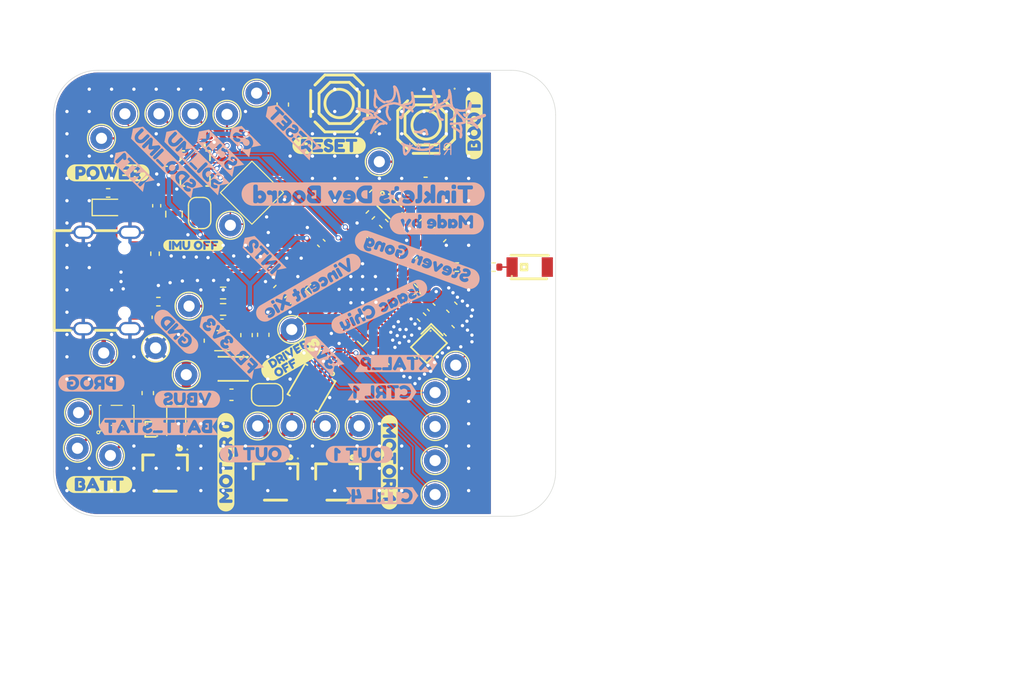
<source format=kicad_pcb>
(kicad_pcb (version 20240108) (generator "pcbnew") (generator_version "8.0")
  (layers (0 "F.Cu" signal) (1 "In1.Cu" signal) (2 "In2.Cu" signal) (31 "B.Cu" signal) (34 "B.Paste" user) (35 "F.Paste" user) (36 "B.SilkS" user "B.Silkscreen") (37 "F.SilkS" user "F.Silkscreen") (38 "B.Mask" user) (39 "F.Mask" user) (44 "Edge.Cuts" user))
  (net 0 "")
  (net 1 "GND")
  (net 2 "+3V3")
  (net 3 "/VDD3P3")
  (net 4 "Net-(U102-ANT)")
  (net 5 "/LNA_IN")
  (net 6 "/XTAL_P")
  (net 7 "/XTAL_N")
  (net 8 "+5V")
  (net 9 "SDO_ESP")
  (net 10 "SDI_ESP")
  (net 11 "CS")
  (net 12 "SCLK")
  (net 13 "+BATT")
  (net 14 "Net-(U101-CC2)")
  (net 15 "Net-(U101-CC1)")
  (net 16 "/USB_P")
  (net 17 "/USB_N")
  (net 22 "MOTOR_CTRL_2")
  (net 32 "MOTOR_CTRL_1")
  (net 33 "MOTOR_CTRL_4")
  (net 39 "MOTOR_CTRL_3")
  (net 42 "INT1")
  (net 46 "Net-(C115-Pad1)")
  (net 54 "VBUS")
  (net 55 "/peripherals/SDO_IMU")
  (net 56 "INT2")
  (net 57 "/power/FB_3V3")
  (net 58 "/power/batt_stat")
  (net 59 "Net-(U302-PROG)")
  (net 60 "Net-(R201-Pad2)")
  (net 61 "Net-(R202-Pad1)")
  (net 62 "Net-(R203-Pad1)")
  (net 63 "/peripherals/SDI_IMU")
  (net 64 "Net-(U301-SW)")
  (net 66 "/BOOT")
  (net 67 "Net-(D201-K)")
  (net 68 "/RESET")
  (net 75 "Net-(JP202-A)")
  (net 76 "Net-(JP201-A)")
  (net 77 "Net-(U201-OUT1)")
  (net 78 "Net-(U201-OUT2)")
  (net 79 "Net-(U201-OUT3)")
  (net 80 "Net-(U201-OUT4)")
  (net 81 "Net-(L103-Pad1)")
  (net 82 "BLUE")
  (net 83 "GREEN")
  (net 84 "RED")
  (footprint "kibuzzard-672F6FBA" (layer "F.Cu") (at 70.1 144.5)
    (property "Reference" "kibuzzard-672F6FBA" (hide yes))
    (property "Value" "G***" (hide yes))
  )
  (footprint "Capacitor_SMD:C_0603_1608Metric" (layer "F.Cu") (at 83.3 131.1 90)
    (property "Reference" "C307" (hide yes))
    (property "Value" "22uF")
  )
  (footprint "Resistor_SMD:R_0603_1608Metric" (layer "F.Cu") (at 81.2 127.325 180)
    (property "Reference" "R306" (hide yes))
    (property "Value" "82kΩ")
  )
  (footprint "kibuzzard-672F6F41" (layer "F.Cu") (at 70.9 116.55)
    (property "Reference" "kibuzzard-672F6F41" (hide yes))
    (property "Value" "G***" (hide yes))
  )
  (footprint "Inductor_SMD:L_0402_1005Metric" (layer "F.Cu") (at 103.75 124.5 90)
    (property "Reference" "L103" (hide yes))
    (property "Value" "2.7nH")
  )
  (footprint "Capacitor_SMD:C_0603_1608Metric" (layer "F.Cu") (at 86.550191 110.425025 -90)
    (property "Reference" "C112" (hide yes))
    (property "Value" "1uF")
  )
  (footprint "LED_SMD:LED_0603_1608Metric" (layer "F.Cu") (at 70.95 119.65)
    (property "Reference" "D201" (hide yes))
    (property "Value" "LED")
  )
  (footprint "Connector_Pin:Pin_D1.0mm_L10.0mm" (layer "F.Cu") (at 75.15 132.25)
    (property "Reference" "TP307" (hide yes))
    (property "Value" "TP_BUCK_GND")
  )
  (footprint "Resistor_SMD:R_0402_1005Metric" (layer "F.Cu") (at 94.397446 120.32232 -135)
    (property "Reference" "R202" (hide yes))
    (property "Value" "1kΩ")
  )
  (footprint "footprints:SOT-23-5_L3.0-W1.7-P0.95-LS2.8-BR" (layer "F.Cu") (at 71.66402 138.3 -90)
    (property "Reference" "U302" (hide yes))
    (property "Value" "TP4065")
  )
  (footprint "footprints:CONN-TH_BM02B-SRSS-TB-LF-SN" (layer "F.Cu") (at 85.9 143.9)
    (property "Reference" "U206" (hide yes))
    (property "Value" "Motor_2")
  )
  (footprint "Capacitor_SMD:C_0402_1005Metric" (layer "F.Cu") (at 75.25 119.5 -90)
    (property "Reference" "C201" (hide yes))
    (property "Value" "0.1uF/10V")
  )
  (footprint "Capacitor_SMD:C_0402_1005Metric" (layer "F.Cu") (at 90 122.85 135)
    (property "Reference" "C109" (hide yes))
    (property "Value" "0.1uF/10V")
  )
  (footprint "footprints:CONN-TH_BM02B-SRSS-TB-LF-SN" (layer "F.Cu") (at 75.999975 143.099936)
    (property "Reference" "U303" (hide yes))
    (property "Value" "BATT")
  )
  (footprint "Inductor_SMD:L_0402_1005Metric" (layer "F.Cu") (at 84.8 112.8 45)
    (property "Reference" "R103" (hide yes))
    (property "Value" "10kΩ")
  )
  (footprint "Resistor_SMD:R_0402_1005Metric" (layer "F.Cu") (at 102.15 125 180)
    (property "Reference" "R106" (hide yes))
    (property "Value" "0Ω")
  )
  (footprint "Capacitor_SMD:C_0603_1608Metric" (layer "F.Cu") (at 99.35 117.45)
    (property "Reference" "C113" (hide yes))
    (property "Value" "1uF")
  )
  (footprint "Inductor_SMD:L_0402_1005Metric" (layer "F.Cu") (at 72.4 135.8 180)
    (property "Reference" "R302" (hide yes))
    (property "Value" "100kΩ")
  )
  (footprint "Connector_Pin:Pin_D1.0mm_L10.0mm" (layer "F.Cu") (at 75.45 111.25 90)
    (property "Reference" "TP209" (hide yes))
    (property "Value" "TP_SDO_IMU")
  )
  (footprint "footprints:DFN-10_L3.0-W3.0-P0.50-BL-EP" (layer "F.Cu") (at 89.128234 135.822379 150)
    (property "Reference" "U201" (hide yes))
    (property "Value" "A3901SEJTR-T")
  )
  (footprint "Connector_Pin:Pin_D1.0mm_L10.0mm" (layer "F.Cu") (at 72.399999 111.25 90)
    (property "Reference" "TP210" (hide yes))
    (property "Value" "TP_SDI_IMU")
  )
  (footprint "footprints:CONN-TH_BM02B-SRSS-TB-LF-SN" (layer "F.Cu") (at 91.5 143.9)
    (property "Reference" "U205" (hide yes))
    (property "Value" "Motor_1")
  )
  (footprint "footprints:SW-SMD_4P-L5.1-W5.1-P3.70-LS6.5-TL-2" (layer "F.Cu") (at 99.400191 112.250025 -90)
    (property "Reference" "U105" (hide yes))
    (property "Value" "TS-1187A-B-A-B")
  )
  (footprint "footprints:ANT-SMD_L3.2-W1.6" (layer "F.Cu") (at 108.678105 125)
    (property "Reference" "U102" (hide yes))
    (property "Value" "2450AT18A100E")
  )
  (footprint "Capacitor_SMD:C_0603_1608Metric" (layer "F.Cu") (at 100.706622 122.272415 45)
    (property "Reference" "C102" (hide yes))
    (property "Value" "1uF")
  )
  (footprint "Capacitor_SMD:C_0603_1608Metric" (layer "F.Cu") (at 101.7 128.6 -45)
    (property "Reference" "C110" (hide yes))
    (property "Value" "1uF")
  )
  (footprint "Resistor_SMD:R_0402_1005Metric" (layer "F.Cu") (at 75.1 123.8 90)
    (property "Reference" "R102" (hide yes))
    (property "Value" "5.1kΩ")
  )
  (footprint "Connector_Pin:Pin_D1.0mm_L10.0mm" (layer "F.Cu") (at 100.2 136.25 90)
    (property "Reference" "TP202" (hide yes))
    (property "Value" "TP_MOTOR_CTRL_1")
  )
  (footprint "footprints:SOT-723_L1.2-W0.8-P0.40-LS1.2-BR" (layer "F.Cu") (at 74.692545 139.55)
    (property "Reference" "Q301" (hide yes))
    (property "Value" "CJ3139K")
  )
  (footprint "Resistor_SMD:R_0402_1005Metric" (layer "F.Cu") (at 75.4 128.1 180)
    (property "Reference" "R101" (hide yes))
    (property "Value" "5.1kΩ")
  )
  (footprint "Capacitor_SMD:C_0603_1608Metric" (layer "F.Cu") (at 84.8 131.075 90)
    (property "Reference" "C306" (hide yes))
    (property "Value" "22uF")
  )
  (footprint "Resistor_SMD:R_0603_1608Metric" (layer "F.Cu") (at 83.25 118.95 -45)
    (property "Reference" "R204" (hide yes))
    (property "Value" "0Ω")
  )
  (footprint "footprints:SW-SMD_4P-L5.1-W5.1-P3.70-LS6.5-TL-2" (layer "F.Cu") (at 91.600191 110.325025 180)
    (property "Reference" "U104" (hide yes))
    (property "Value" "TS-1187A-B-A-B")
  )
  (footprint "Capacitor_SMD:C_0603_1608Metric" (layer "F.Cu") (at 101.45 130.7 -45)
    (property "Reference" "C115" (hide yes))
    (property "Value" "12pF/10V")
  )
  (footprint "Capacitor_SMD:C_0603_1608Metric" (layer "F.Cu") (at 97.95 133.4 -45)
    (property "Reference" "C118" (hide yes))
    (property "Value" "12pF/10V")
  )
  (footprint "Package_DFN_QFN:QFN-56-1EP_7x7mm_P0.4mm_EP4x4mm" (layer "F.Cu") (at 93.7 127 -135)
    (property "Reference" "U103" (hide yes))
    (property "Value" "ESP32-S3")
  )
  (footprint "Connector_Pin:Pin_D1.0mm_L10.0mm" (layer "F.Cu") (at 81.85 121.25 -45)
    (property "Reference" "TP214" (hide yes))
    (property "Value" "TP_INT2")
  )
  (footprint "Capacitor_SMD:C_0603_1608Metric" (layer "F.Cu") (at 81.95 136.45 180)
    (property "Reference" "C204" (hide yes))
    (property "Value" "10uF")
  )
  (footprint "poka-yoke_rxtx:poka-yoke_rxtx" (layer "F.Cu") (at 85.646051 116.461185 -45)
    (property "Reference" "U204" (hide yes))
    (property "Value" "~")
  )
  (footprint "footprints:LED-ARRAY-SMD_4P-L1.6-W1.5-TL_NH-B1515RGBA" (layer "F.Cu") (at 96.1 119.55 -45)
    (property "Reference" "U203" (hide yes))
    (property "Value" "NH-B1515RGBA-HF")
  )
  (footprint "Resistor_SMD:R_0603_1608Metric" (layer "F.Cu") (at 84.55 117.65 135)
    (property "Reference" "R205" (hide yes))
    (property "Value" "0Ω")
  )
  (footprint "Connector_Pin:Pin_D1.0mm_L10.0mm" (layer "F.Cu") (at 102.05 133.8)
    (property "Reference" "TP102" (hide yes))
    (property "Value" "TP_XTAL_P")
  )
  (footprint "Jumper:SolderJumper-2_P1.3mm_Bridged_RoundedPad1.0x1.5mm" (layer "F.Cu") (at 79.100064 120.149935 -90)
    (property "Reference" "JP202" (hide yes))
    (property "Value" "SJ_IMU_3V3")
  )
  (footprint "kibuzzard-672F6FAB" (layer "F.Cu") (at 96.1 142.5 -90)
    (property "Reference" "kibuzzard-672F6FAB" (hide yes))
    (property "Value" "G***" (hide yes))
  )
  (footprint "Capacitor_SMD:C_0603_1608Metric" (layer "F.Cu") (at 74.45 136.3 90)
    (property "Reference" "C303" (hide yes))
    (property "Value" "10uF")
  )
  (footprint "Package_TO_SOT_SMD:SOT-563" (layer "F.Cu") (at 81.1 131.6)
    (property "Reference" "U301" (hide yes))
    (property "Value" "TLV62569DRL")
  )
  (footprint "kibuzzard-672F708E" (layer "F.Cu") (at 78.55 123.05)
    (property "Reference" "kibuzzard-672F708E" (hide yes))
    (property "Value" "G***" (hide yes))
  )
  (footprint "footprints:IND-SMD_L2.5-W2.0_WPN252012H" (layer "F.Cu") (at 82.1 134.125 180)
    (property "Reference" "L301" (hide yes))
    (property "Value" "2.2uH")
  )
  (footprint "kibuzzard-672F7060" (layer "F.Cu") (at 103.7 112.3 90)
    (property "Reference" "kibuzzard-672F7060" (hide yes))
    (property "Value" "G***" (hide yes))
  )
  (footprint "Connector_Pin:Pin_D1.0mm_L10.0mm" (layer "F.Cu") (at 100.2 139.3 90)
    (property "Reference" "TP201" (hide yes))
    (property "Value" "TP_MOTOR_CTRL_2")
  )
  (footprint "Connector_Pin:Pin_D1.0mm_L10.0mm" (layer "F.Cu") (at 78.5 111.25 90)
    (property "Reference" "TP212" (hide yes))
    (property "Value" "TP_SCLK")
  )
  (footprint "kibuzzard-672F6FFE" (layer "F.Cu") (at 87.3 133.2 30)
    (property "Reference" "kibuzzard-672F6FFE" (hide yes))
    (property "Value" "G***" (hide yes))
  )
  (footprint "Connector_Pin:Pin_D1.0mm_L10.0mm" (layer "F.Cu") (at 68.15 141.25 -90)
    (property "Reference" "TP304" (hide yes))
    (property "Value" "TP_BATT_STAT")
  )
  (footprint "kibuzzard-672F7049" (layer "F.Cu") (at 90.7 114.1)
    (property "Reference" "kibuzzard-672F7049" (hide yes))
    (property "Value" "G***" (hide yes))
  )
  (footprint "Connector_Pin:Pin_D1.0mm_L10.0mm" (layer "F.Cu") (at 87.35 130.6)
    (property "Reference" "TP301" (hide yes))
    (property "Value" "TP_3V3")
  )
  (footprint "Connector_Pin:Pin_D1.0mm_L10.0mm" (layer "F.Cu") (at 84.2 109.4)
    (property "Reference" "TP104" (hide yes))
    (property "Value" "TP_RESET")
  )
  (footprint "Inductor_SMD:L_0402_1005Metric" (layer "F.Cu") (at 98.049569 123.729468 45)
    (property "Reference" "L101" (hide yes))
    (property "Value" "2.2nH")
  )
  (footprint "footprints:LGA-14_L3.0-W2.5-P0.50-TL_QMI8658A" (layer "F.Cu") (at 78.700064 116.149936 -90)
    (property "Reference" "U202" (hide yes))
    (property "Value" "ICM-42670-P")
  )
  (footprint "Connector_Pin:Pin_D1.0mm_L10.0mm" (layer "F.Cu") (at 68.25 138.05)
    (property "Reference" "TP305" (hide yes))
    (property "Value" "TP_BATT_PROG")
  )
  (footprint "Resistor_SMD:R_0402_1005Metric" (layer "F.Cu") (at 98.989376 129.489376 -45)
    (property "Reference" "R104" (hide yes))
    (property "Value" "22Ω")
  )
  (footprint "Capacitor_SMD:C_0402_1005Metric" (layer "F.Cu") (at 98.756676 124.436575 45)
    (property "Reference" "C106" (hide yes))
    (property "Value" "0.1uF/10V")
  )
  (footprint "Capacitor_SMD:C_0402_1005Metric" (layer "F.Cu") (at 99.85 128.6 -45)
    (property "Reference" "C108" (hide yes))
    (property "Value" "10nF")
  )
  (footprint "Connector_Pin:Pin_D1.0mm_L10.0mm" (layer "F.Cu") (at 70.3 113.45 -45)
    (property "Reference" "TP213" (hide yes))
    (property "Value" "TP_INT1")
  )
  (footprint "Capacitor_SMD:C_0402_1005Metric" (layer "F.Cu") (at 98.649569 120.529468 45)
    (property "Reference" "C104" (hide yes))
    (property "Value" "0.1uF/10V")
  )
  (footprint "Resistor_SMD:R_0402_1005Metric" (layer "F.Cu") (at 70.9 118.35)
    (property "Reference" "R206" (hide yes))
    (property "Value" "1kΩ")
  )
  (footprint "footprints:CRYSTAL-SMD_4P-L2.0-W1.6-BL-A" (layer "F.Cu") (at 99.65 132 -135)
    (property "Reference" "X101" (hide yes))
    (property "Value" "TZ1269D")
  )
  (footprint "Resistor_SMD:R_0402_1005Metric" (layer "F.Cu") (at 94.7 118.45 -135)
    (property "Reference" "R203" (hide yes))
    (property "Value" "1kΩ")
  )
  (footprint "Capacitor_SMD:C_0805_2012Metric" (layer "F.Cu") (at 76.8 120.25 -90)
    (property "Reference" "C202" (hide yes))
    (property "Value" "2.2uF/10V")
  )
  (footprint "footprints:USB-C_SMD-TYPE-C-31-M-12" (layer "F.Cu") (at 71.148457 126.2 -90)
    (property "Reference" "U101" (hide yes))
    (property "Value" "USB-TYPE-C-018")
  )
  (footprint "Inductor_SMD:L_0402_1005Metric" (layer "F.Cu") (at 70.5 135.8 180)
    (property "Reference" "R304" (hide yes))
    (property "Value" "10kΩ")
  )
  (footprint "Capacitor_SMD:C_0402_1005Metric" (layer "F.Cu") (at 96.25 133.4 -45)
    (property "Reference" "C103" (hide yes))
    (property "Value" "0.1uF/10V")
  )
  (footprint "Connector_Pin:Pin_D1.0mm_L10.0mm" (layer "F.Cu") (at 90.35 139.25 -90)
    (property "Reference" "TP206" (hide yes))
    (property "Value" "TP_MOTOR_1_2")
  )
  (footprint "kibuzzard-672F6FA2" (layer "F.Cu") (at 81.45 142.5 90)
    (property "Reference" "kibuzzard-672F6FA2" (hide yes))
    (property "Value" "G***" (hide yes))
  )
  (footprint "Connector_Pin:Pin_D1.0mm_L10.0mm" (layer "F.Cu") (at 81.55 111.3 90)
    (property "Reference" "TP211" (hide yes))
    (property "Value" "TP_CS")
  )
  (footprint "Capacitor_SMD:C_0603_1608Metric" (layer "F.Cu") (at 79 131.6 90)
    (property "Reference" "C304" (hide yes))
    (property "Value" "4.7uF")
  )
  (footprint "Resistor_SMD:R_0402_1005Metric" (layer "F.Cu") (at 95.6 121.1 135)
    (property "Reference" "R201" (hide yes))
    (property "Value" "1kΩ")
  )
  (footprint "Jumper:SolderJumper-2_P1.3mm_Bridged_RoundedPad1.0x1.5mm" (layer "F.Cu") (at 85.150001 136.45 180)
    (property "Reference" "JP201" (hide yes))
    (property "Value" "SJ_MOTOR_3V3")
  )
  (footprint "Connector_Pin:Pin_D1.0mm_L10.0mm" (layer "F.Cu") (at 84.3 139.25 -90)
    (property "Reference" "TP208" (hide yes))
    (property "Value" "TP_MOTOR_2_2")
  )
  (footprint "Connector_Pin:Pin_D1.0mm_L10.0mm" (layer "F.Cu") (at 71.1 141.9 -90)
    (property "Reference" "TP303" (hide yes))
    (property "Value" "TP_VBATT")
  )
  (footprint "Capacitor_SMD:C_0402_1005Metric" (layer "F.Cu") (at 81.1 130.025)
    (property "Reference" "C305" (hide yes))
    (property "Value" "10pF")
  )
  (footprint "Connector_Pin:Pin_D1.0mm_L10.0mm" (layer "F.Cu") (at 100.2 145.4 90)
    (property "Reference" "TP203" (hide yes))
    (property "Value" "TP_MOTOR_CTRL_4")
  )
  (footprint "Connector_Pin:Pin_D1.0mm_L10.0mm" (layer "F.Cu") (at 87.35 139.25 -90)
    (property "Reference" "TP207" (hide yes))
    (property "Value" "TP_MOTOR_2_1")
  )
  (footprint "Capacitor_SMD:C_0402_1005Metric" (layer "F.Cu") (at 76.1 115.6 180)
    (property "Reference" "C203" (hide yes))
    (property "Value" "10nF")
  )
  (footprint "Resistor_SMD:R_0402_1005Metric" (layer "F.Cu") (at 105.45 125 180)
    (property "Reference" "R105" (hide yes))
    (property "Value" "0Ω")
  )
  (footprint "Capacitor_SMD:C_0603_1608Metric" (layer "F.Cu") (at 99.706622 121.172415 45)
    (property "Reference" "C101" (hide yes))
    (property "Value" "10uF")
  )
  (footprint "Connector_Pin:Pin_D1.0mm_L10.0mm" (layer "F.Cu") (at 93.4 139.25 -90)
    (property "Reference" "TP205" (hide yes))
    (property "Value" "TP_MOTOR_1_1")
  )
  (footprint "Capacitor_SMD:C_0603_1608Metric" (layer "F.Cu") (at 86.2 127.1 -135)
    (property "Reference" "C105" (hide yes))
    (property "Value" "1uF")
  )
  (footprint "Connector_Pin:Pin_D1.0mm_L10.0mm" (layer "F.Cu") (at 77.9 134.65)
    (property "Reference" "TP302" (hide yes))
    (property "Value" "TP_VBUS")
  )
  (footprint "Capacitor_SMD:C_0402_1005Metric" (layer "F.Cu") (at 75.2 129.5 -90)
    (property "Reference" "C114" (hide yes))
    (property "Value" "0.1uF/10V")
  )
  (footprint "Connector_Pin:Pin_D1.0mm_L10.0mm" (layer "F.Cu") (at 78.15 128.5)
    (property "Reference" "TP306" (hide yes))
    (property "Value" "TP_FB_3V3")
  )
  (footprint "Capacitor_SMD:C_0402_1005Metric" (layer "F.Cu") (at 87.06267 127.934385 -135)
    (property "Reference" "C107" (hide yes))
    (property "Value" "0.1uF/10V")
  )
  (footprint "Connector_Pin:Pin_D1.0mm_L10.0mm" (layer "F.Cu") (at 100.2 142.350001 90)
    (property "Reference" "TP204" (hide yes))
    (property "Value" "TP_MOTOR_CTRL_3")
  )
  (footprint "Diode_SMD:D_SOD-323" (layer "F.Cu") (at 77 139.05 -90)
    (property "Reference" "D301" (hide yes))
    (property "Value" "1N5819WS")
  )
  (footprint "Resistor_SMD:R_0603_1608Metric" (layer "F.Cu") (at 81.2 128.800001)
    (property "Reference" "R305" (hide yes))
    (property "Value" "330kΩ")
  )
  (footprint "Connector_Pin:Pin_D1.0mm_L10.0mm" (layer "F.Cu") (at 95.2 115.55 -90)
    (property "Reference" "TP103" (hide yes))
    (property "Value" "TP_BOOT")
  )
  (footprint "Connector_Pin:Pin_D1.0mm_L10.0mm" (layer "F.Cu") (at 70.5 132.7 90)
    (property "Reference" "TP101" (hide yes))
    (property "Value" "TP_5V0")
  )
  (footprint "kibuzzard-673055F3" (layer "B.Cu") (at 77 130.8 135)
    (property "Reference" "kibuzzard-673055F3" (hide yes))
    (property "Value" "G***" (hide yes))
  )
  (footprint "kibuzzard-6730560C" (layer "B.Cu") (at 69.4 135.4 180)
    (property "Reference" "kibuzzard-6730560C" (hide yes))
    (property "Value" "G***" (hide yes))
  )
  (footprint "kibuzzard-6730559C" (layer "B.Cu") (at 95.45 136.2 180)
    (property "Reference" "kibuzzard-6730559C" (hide yes))
    (property "Value" "G***" (hide yes))
  )
  (footprint "kibuzzard-67305534" (layer "B.Cu") (at 87.35 112.75 135)
    (property "Reference" "kibuzzard-67305534" (hide yes))
    (property "Value" "G***" (hide yes))
  )
  (footprint "kibuzzard-6730561B" (layer "B.Cu") (at 75.4 139.3 180)
    (property "Reference" "kibuzzard-6730561B" (hide yes))
    (property "Value" "G***" (hide yes))
  )
  (footprint "kibuzzard-6730566E" (layer "B.Cu") (at 100.35 121.1 180)
    (property "Reference" "kibuzzard-6730566E" (hide yes))
    (property "Value" "G***" (hide yes))
  )
  (footprint "kibuzzard-67305511" (layer "B.Cu") (at 78.7 115.45 135)
    (property "Reference" "kibuzzard-67305511" (hide yes))
    (property "Value" "G***" (hide yes))
  )
  (footprint "kibuzzard-6730556D" (layer "B.Cu") (at 90.069396 132.769396 135)
    (property "Reference" "kibuzzard-6730556D" (hide yes))
    (property "Value" "G***" (hide yes))
  )
  (footprint "kibuzzard-67305722" (layer "B.Cu") (at 95.2 128.55 -155)
    (property "Reference" "kibuzzard-67305722" (hide yes))
    (property "Value" "G***" (hide yes))
  )
  (footprint "kibuzzard-67305558" (layer "B.Cu") (at 81.8 132 135)
    (property "Reference" "kibuzzard-67305558" (hide yes))
    (property "Value" "G***" (hide yes))
  )
  (footprint "kibuzzard-6730551F" (layer "B.Cu") (at 76 115.45 135)
    (property "Reference" "kibuzzard-6730551F" (hide yes))
    (property "Value" "G***" (hide yes))
  )
  (footprint "kibuzzard-67305712" (layer "B.Cu") (at 98.6 124.35 160)
    (property "Reference" "kibuzzard-67305712" (hide yes))
    (property "Value" "G***" (hide yes))
  )
  (footprint "kibuzzard-673056FB" (layer "B.Cu") (at 88.85 126.85 -150)
    (property "Reference" "kibuzzard-673056FB" (hide yes))
    (property "Value" "G***" (hide yes))
  )
  (footprint "kibuzzard-67305547" (layer "B.Cu") (at 84.75 124 135)
    (property "Reference" "kibuzzard-67305547" (hide yes))
    (property "Value" "G***" (hide yes))
  )
  (footprint "kibuzzard-673055CB" (layer "B.Cu") (at 93.4 141.8 180)
    (property "Reference" "kibuzzard-673055CB" (hide yes))
    (property "Value" "G***" (hide yes))
  )
  (footprint "kibuzzard-6730552C" (layer "B.Cu") (at 73.05 116.25 135)
    (property "Reference" "kibuzzard-6730552C" (hide yes))
    (property "Value" "G***" (hide yes))
  )
  (footprint "kibuzzard-673055FE" (layer "B.Cu") (at 78 136.85 180)
    (property "Reference" "kibuzzard-673055FE" (hide yes))
    (property "Value" "G***" (hide yes))
  )
  (footprint "kibuzzard-67305590" (layer "B.Cu") (at 96.7 133.65 180)
    (property "Reference" "kibuzzard-67305590" (hide yes))
    (property "Value" "G***" (hide yes))
  )
  (footprint "kibuzzard-67305501" (layer "B.Cu") (at 80.8 114.6 135)
    (property "Reference" "kibuzzard-67305501" (hide yes))
    (property "Value" "G***" (hide yes))
  )
  (footprint "kibuzzard-673055BA" (layer "B.Cu") (at 95.45 145.5 180)
    (property "Reference" "kibuzzard-673055BA" (hide yes))
    (property "Value" "G***" (hide yes))
  )
  (footprint "kibuzzard-673054F1" (layer "B.Cu") (at 83.020408 113.570408 135)
    (property "Reference" "kibuzzard-673054F1" (hide yes))
    (property "Value" "G***" (hide yes))
  )
  (footprint "footprints:test from isaac" (layer "B.Cu") (at 99.7 114.5 180)
    (property "Reference" "REF**")
    (property "Value" "test from isaac")
  )
  (footprint "kibuzzard-673055DA" (layer "B.Cu") (at 84.05 141.75 180)
    (property "Reference" "kibuzzard-673055DA" (hide yes))
    (property "Value" "G***" (hide yes))
  )
  (footprint "kibuzzard-6730568D" (layer "B.Cu") (at 93.75 118.45 180)
    (property "Reference" "kibuzzard-6730568D" (hide yes))
    (property "Value" "G***" (hide yes))
  )
  (gr_arc (start 107 107.35) (mid 109.828427 108.521573) (end 111 111.35) (stroke (width 0.05)) (layer "Edge.Cuts"))
  (gr_line (start 107 147.35) (end 70 147.35) (stroke (width 0.05)) (layer "Edge.Cuts"))
  (gr_arc (start 111 143.35) (mid 109.828427 146.178427) (end 107 147.35) (stroke (width 0.05)) (layer "Edge.Cuts"))
  (gr_line (start 70 107.35) (end 107 107.35) (stroke (width 0.05)) (layer "Edge.Cuts"))
  (gr_line (start 66 143.35) (end 66 111.35) (stroke (width 0.05)) (layer "Edge.Cuts"))
  (gr_arc (start 70 147.35) (mid 67.171573 146.178427) (end 66 143.35) (stroke (width 0.05)) (layer "Edge.Cuts"))
  (gr_line (start 111 111.35) (end 111 143.35) (stroke (width 0.05)) (layer "Edge.Cuts"))
  (gr_arc (start 66 111.35) (mid 67.171573 108.521573) (end 70 107.35) (stroke (width 0.05)) (layer "Edge.Cuts"))
  (segment (start 89.660589 122.360589) (end 88.75 121.45) (width 0.2) (layer "F.Cu") (net 1))
  (segment (start 98.309956 132.65) (end 97.603984 132.65) (width 0.238) (layer "F.Cu") (net 1))
  (segment (start 98.853809 132.106147) (end 98.309956 132.65) (width 0.238) (layer "F.Cu") (net 1))
  (segment (start 89.833974 134.600001) (end 89.833974 134.34999) (width 0.2) (layer "F.Cu") (net 1))
  (segment (start 100.189411 128.939411) (end 100.398008 129.148008) (width 0.4) (layer "F.Cu") (net 1))
  (segment (start 89.833974 134.34999) (end 90.2 133.983964) (width 0.2) (layer "F.Cu") (net 1))
  (segment (start 101.092036 131.248008) (end 101.998008 131.248008) (width 0.238) (layer "F.Cu") (net 1))
  (segment (start 89.128234 135.305741) (end 89.128234 135.822379) (width 0.2) (layer "F.Cu") (net 1))
  (segment (start 89.660589 122.510589) (end 89.660589 122.360589) (width 0.2) (layer "F.Cu") (net 1))
  (segment (start 75.62 115.6) (end 75.62 116.28) (width 0.2) (layer "F.Cu") (net 1))
  (segment (start 100.446191 131.893853) (end 101.092036 131.248008) (width 0.238) (layer "F.Cu") (net 1))
  (segment (start 100.398008 129.148008) (end 102.248008 129.148008) (width 0.4) (layer "F.Cu") (net 1))
  (segment (start 75.62 116.28) (end 75.25 116.65) (width 0.2) (layer "F.Cu") (net 1))
  (segment (start 89.833974 134.600001) (end 89.128234 135.305741) (width 0.2) (layer "F.Cu") (net 1))
  (segment (start 90.2 133.983964) (end 90.2 133.45) (width 0.2) (layer "F.Cu") (net 1))
  (segment (start 97.603984 132.65) (end 97.401992 132.851992) (width 0.238) (layer "F.Cu") (net 1))
  (via (at 103.5 131.1) (size 0.45) (drill 0.3) (layers "F.Cu" "B.Cu") (net 1))
  (via (at 103.206151 143.046001) (size 0.45) (drill 0.3) (layers "F.Cu" "B.Cu") (net 1))
  (via (at 97.206151 117.046001) (size 0.45) (drill 0.3) (layers "F.Cu" "B.Cu") (net 1))
  (via (at 100.4 133.05) (size 0.45) (drill 0.3) (layers "F.Cu" "B.Cu") (net 1))
  (via (at 85.25 121.9) (size 0.45) (drill 0.3) (layers "F.Cu" "B.Cu") (net 1))
  (via (at 90.75 136.7) (size 0.45) (drill 0.3) (layers "F.Cu" "B.Cu") (net 1))
  (via (at 92.65 127) (size 0.45) (drill 0.3) (layers "F.Cu" "B.Cu") (net 1))
  (via (at 93.7 128.2) (size 0.45) (drill 0.3) (layers "F.Cu" "B.Cu") (net 1))
  (via (at 83.206151 111.046001) (size 0.45) (drill 0.3) (layers "F.Cu" "B.Cu") (net 1))
  (via (at 99.566469 133.824556) (size 0.45) (drill 0.3) (layers "F.Cu" "B.Cu") (net 1))
  (via (at 75.25 116.65) (size 0.45) (drill 0.3) (layers "F.Cu" "B.Cu") (net 1))
  (via (at 81.206151 127.046001) (size 0.45) (drill 0.3) (layers "F.Cu" "B.Cu") (net 1))
  (via (at 81.206151 145.046001) (size 0.45) (drill 0.3) (layers "F.Cu" "B.Cu") (net 1))
  (via (at 103.206151 145.046001) (size 0.45) (drill 0.3) (layers "F.Cu" "B.Cu") (net 1))
  (via (at 71.206151 115.046001) (size 0.45) (drill 0.3) (layers "F.Cu" "B.Cu") (net 1))
  (via (at 83.206151 123.046001) (size 0.45) (drill 0.3) (layers "F.Cu" "B.Cu") (net 1))
  (via (at 87.206151 141.046001) (size 0.45) (drill 0.3) (layers "F.Cu" "B.Cu") (net 1))
  (via (at 92.65 128.2) (size 0.45) (drill 0.3) (layers "F.Cu" "B.Cu") (net 1))
  (via (at 78.8 124.1) (size 0.45) (drill 0.3) (layers "F.Cu" "B.Cu") (net 1))
  (via (at 91.206151 113.046001) (size 0.45) (drill 0.3) (layers "F.Cu" "B.Cu") (net 1))
  (via (at 93.206151 141.046001) (size 0.45) (drill 0.3) (layers "F.Cu" "B.Cu") (net 1))
  (via (at 91.206151 111.046001) (size 0.45) (drill 0.3) (layers "F.Cu" "B.Cu") (net 1))
  (via (at 67.206151 129.046001) (size 0.45) (drill 0.3) (layers "F.Cu" "B.Cu") (net 1))
  (via (at 87.206151 113.046001) (size 0.45) (drill 0.3) (layers "F.Cu" "B.Cu") (net 1))
  (via (at 79.206151 127.046001) (size 0.45) (drill 0.3) (layers "F.Cu" "B.Cu") (net 1))
  (via (at 88.75 121.45) (size 0.45) (drill 0.3) (layers "F.Cu" "B.Cu") (net 1))
  (via (at 101.206151 135.046001) (size 0.45) (drill 0.3) (layers "F.Cu" "B.Cu") (net 1))
  (via (at 77.206151 109.046001) (size 0.45) (drill 0.3) (layers "F.Cu" "B.Cu") (net 1))
  (via (at 103.1 128.45) (size 0.45) (drill 0.3) (layers "F.Cu" "B.Cu") (net 1))
  (via (at 103.05 129.85) (size 0.45) (drill 0.3) (layers "F.Cu" "B.Cu") (net 1))
  (via (at 97.4 134.8) (size 0.45) (drill 0.3) (layers "F.Cu" "B.Cu") (net 1))
  (via (at 81.206151 139.046001) (size 0.45) (drill 0.3) (layers "F.Cu" "B.Cu") (net 1))
  (via (at 103.1 130.65) (size 0.45) (drill 0.3) (layers "F.Cu" "B.Cu") (net 1))
  (via (at 103.206151 113.046001) (size 0.45) (drill 0.3) (layers "F.Cu" "B.Cu") (net 1))
  (via (at 103.206151 127.046001) (size 0.45) (drill 0.3) (layers "F.Cu" "B.Cu") (net 1))
  (via (at 69.206151 109.046001) (size 0.45) (drill 0.3) (layers "F.Cu" "B.Cu") (net 1))
  (via (at 101.206151 113.046001) (size 0.45) (drill 0.3) (layers "F.Cu" "B.Cu") (net 1))
  (via (at 71.206151 109.046001) (size 0.45) (drill 0.3) (layers "F.Cu" "B.Cu") (net 1))
  (via (at 96.806588 131.143412) (size 0.45) (drill 0.3) (layers "F.Cu" "B.Cu") (net 1))
  (via (at 95.206151 145.046001) (size 0.45) (drill 0.3) (layers "F.Cu" "B.Cu") (net 1))
  (via (at 67.206151 133.046001) (size 0.45) (drill 0.3) (layers "F.Cu" "B.Cu") (net 1))
  (via (at 87.206151 135.046001) (size 0.45) (drill 0.3) (layers "F.Cu" "B.Cu") (net 1))
  (via (at 99.206151 113.046001) (size 0.45) (drill 0.3) (layers "F.Cu" "B.Cu") (net 1))
  (via (at 77.206151 141.046001) (size 0.45) (drill 0.3) (layers "F.Cu" "B.Cu") (net 1))
  (via (at 93.7 129.4) (size 0.45) (drill 0.3) (layers "F.Cu" "B.Cu") (net 1))
  (via (at 97.206151 143.046001) (size 0.45) (drill 0.3) (layers "F.Cu" "B.Cu") (net 1))
  (via (at 79.85 124.15) (size 0.45) (drill 0.3) (layers "F.Cu" "B.Cu") (net 1))
  (via (at 87.206151 133.046001) (size 0.45) (drill 0.3) (layers "F.Cu" "B.Cu") (net 1))
  (via (at 83.45 124.05) (size 0.45) (drill 0.3) (layers "F.Cu" "B.Cu") (net 1))
  (via (at 72.25 126.95) (size 0.45) (drill 0.3) (layers "F.Cu" "B.Cu") (net 1))
  (via (at 93.206151 137.046001) (size 0.45) (drill 0.3) (layers "F.Cu" "B.Cu") (net 1))
  (via (at 97.206151 145.046001) (size 0.45) (drill 0.3) (layers "F.Cu" "B.Cu") (net 1))
  (via (at 91.6 127) (size 0.45) (drill 0.3) (layers "F.Cu" "B.Cu") (net 1))
  (via (at 100.85 132.7) (size 0.45) (drill 0.3) (layers "F.Cu" "B.Cu") (net 1))
  (via (at 93.7 125.85) (size 0.45) (drill 0.3) (layers "F.Cu" "B.Cu") (net 1))
  (via (at 95.206151 111.046001) (size 0.45) (drill 0.3) (layers "F.Cu" "B.Cu") (net 1))
  (via (at 97.2 134.25) (size 0.45) (drill 0.3) (layers "F.Cu" "B.Cu") (net 1))
  (via (at 76.55 124) (size 0.45) (drill 0.3) (layers "F.Cu" "B.Cu") (net 1))
  (via (at 91.206151 145.046001) (size 0.45) (drill 0.3) (layers "F.Cu" "B.Cu") (net 1))
  (via (at 99.8 134.35) (size 0.45) (drill 0.3) (layers "F.Cu" "B.Cu") (net 1))
  (via (at 85.206151 123.046001) (size 0.45) (drill 0.3) (layers "F.Cu" "B.Cu") (net 1))
  (via (at 89.206151 113.046001) (size 0.45) (drill 0.3) (layers "F.Cu" "B.Cu") (net 1))
  (via (at 75.206151 113.046001) (size 0.45) (drill 0.3) (layers "F.Cu" "B.Cu") (net 1))
  (via (at 89.206151 143.046001) (size 0.45) (drill 0.3) (layers "F.Cu" "B.Cu") (net 1))
  (via (at 95.206151 139.046001) (size 0.45) (drill 0.3) (layers "F.Cu" "B.Cu") (net 1))
  (via (at 67.206151 131.046001) (size 0.45) (drill 0.3) (layers "F.Cu" "B.Cu") (net 1))
  (via (at 96.4 131.55) (size 0.45) (drill 0.3) (layers "F.Cu" "B.Cu") (net 1))
  (via (at 99.25 134.6) (size 0.45) (drill 0.3) (layers "F.Cu" "B.Cu") (net 1))
  (via (at 93.206151 109.046001) (size 0.45) (drill 0.3) (layers "F.Cu" "B.Cu") (net 1))
  (via (at 98.05 129.65) (size 0.45) (drill 0.3) (layers "F.Cu" "B.Cu") (net 1))
  (via (at 92.65 125.85) (size 0.45) (drill 0.3) (layers "F.Cu" "B.Cu") (net 1))
  (via (at 101.206151 141.046001) (size 0.45) (drill 0.3) (layers "F.Cu" "B.Cu") (net 1))
  (via (at 91.206151 119.046001) (size 0.45) (drill 0.3) (layers "F.Cu" "B.Cu") (net 1))
  (via (at 103.55 128.85) (size 0.45) (drill 0.3) (layers "F.Cu" "B.Cu") (net 1))
  (via (at 96.229797 130.8436) (size 0.45) (drill 0.3) (layers "F.Cu" "B.Cu") (net 1))
  (via (at 67.206151 123.046001) (size 0.45) (drill 0.3) (layers "F.Cu" "B.Cu") (net 1))
  (via (at 87.206151 115.046001) (size 0.45) (drill 0.3) (layers "F.Cu" "B.Cu") (net 1))
  (via (at 75.206151 143.046001) (size 0.45) (drill 0.3) (layers "F.Cu" "B.Cu") (net 1))
  (via (at 67.206151 115.046001) (size 0.45) (drill 0.3) (layers "F.Cu" "B.Cu") (net 1))
  (via (at 77.206151 143.046001) (size 0.45) (drill 0.3) (layers "F.Cu" "B.Cu") (net 1))
  (via (at 103.206151 135.046001) (size 0.45) (drill 0.3) (layers "F.Cu" "B.Cu") (net 1))
  (via (at 89.206151 141.046001) (size 0.45) (drill 0.3) (layers "F.Cu" "B.Cu") (net 1))
  (via (at 77.7 124.1) (size 0.45) (drill 0.3) (layers "F.Cu" "B.Cu") (net 1))
  (via (at 73.206151 133.046001) (size 0.45) (drill 0.3) (layers "F.Cu" "B.Cu") (net 1))
  (via (at 103.45 129.4) (size 0.45) (drill 0.3) (layers "F.Cu" "B.Cu") (net 1))
  (via (at 79.206151 145.046001) (size 0.45) (drill 0.3) (layers "F.Cu" "B.Cu") (net 1))
  (via (at 100.15 133.55) (size 0.45) (drill 0.3) (layers "F.Cu" "B.Cu") (net 1))
  (via (at 67.206151 111.046001) (size 0.45) (drill 0.3) (layers "F.Cu" "B.Cu") (net 1))
  (via (at 93.206151 111.046001) (size 0.45) (drill 0.3) (layers "F.Cu" "B.Cu") (net 1))
  (via (at 85.206151 133.046001) (size 0.45) (drill 0.3) (layers "F.Cu" "B.Cu") (net 1))
  (via (at 69.206151 125.046001) (size 0.45) (drill 0.3) (layers "F.Cu" "B.Cu") (net 1))
  (via (at 67.206151 113.046001) (size 0.45) (drill 0.3) (layers "F.Cu" "B.Cu") (net 1))
  (via (at 71.206151 135.046001) (size 0.45) (drill 0.3) (layers "F.Cu" "B.Cu") (net 1))
  (via (at 71.206151 127.046001) (size 0.45) (drill 0.3) (layers "F.Cu" "B.Cu") (net 1))
  (via (at 67.206151 119.046001) (size 0.45) (drill 0.3) (layers "F.Cu" "B.Cu") (net 1))
  (via (at 77.206151 131.046001) (size 0.45) (drill 0.3) (layers "F.Cu" "B.Cu") (net 1))
  (via (at 67.206151 121.046001) (size 0.45) (drill 0.3) (layers "F.Cu" "B.Cu") (net 1))
  (via (at 93.206151 117.046001) (size 0.45) (drill 0.3) (layers "F.Cu" "B.Cu") (net 1))
  (via (at 69.206151 135.046001) (size 0.45) (drill 0.3) (layers "F.Cu" "B.Cu") (net 1))
  (via (at 75.206151 145.046001) (size 0.45) (drill 0.3) (layers "F.Cu" "B.Cu") (net 1))
  (via (at 91.206151 109.046001) (size 0.45) (drill 0.3) (layers "F.Cu" "B.Cu") (net 1))
  (via (at 91.206151 117.046001) (size 0.45) (drill 0.3) (layers "F.Cu" "B.Cu") (net 1))
  (via (at 75.4 117.6) (size 0.45) (drill 0.3) (layers "F.Cu" "B.Cu") (net 1))
  (via (at 102.65 128.05) (size 0.45) (drill 0.3) (layers "F.Cu" "B.Cu") (net 1))
  (via (at 85.206151 135.046001) (size 0.45) (drill 0.3) (layers "F.Cu" "B.Cu") (net 1))
  (via (at 98.1 131.1) (size 0.45) (drill 0.3) (layers "F.Cu" "B.Cu") (net 1))
  (via (at 90.2 133.45) (size 0.45) (drill 0.3) (layers "F.Cu" "B.Cu") (net 1))
  (via (at 97.65 122.6) (size 0.45) (drill 0.3) (layers "F.Cu" "B.Cu") (net 1))
  (via (at 101.4 132.25) (size 0.45) (drill 0.3) (layers "F.Cu" "B.Cu") (net 1))
  (via (at 83.206151 143.046001) (size 0.45) (drill 0.3) (layers "F.Cu" "B.Cu") (net 1))
  (via (at 86.7 118.95) (size 0.45) (drill 0.3) (layers "F.Cu" "B.Cu") (net 1))
  (via (at 94.9 128.15) (size 0.45) (drill 0.3) (layers "F.Cu" "B.Cu") (net 1))
  (via (at 77.05 118) (size 0.45) (drill 0.3) (layers "F.Cu" "B.Cu") (net 1))
  (via (at 85 126.3) (size 0.45) (drill 0.3) (layers "F.Cu" "B.Cu") (net 1))
  (via (at 72.05 126.3) (size 0.45) (drill 0.3) (layers "F.Cu" "B.Cu") (net 1))
  (via (at 95.206151 113.046001) (size 0.45) (drill 0.3) (layers "F.Cu" "B.Cu") (net 1))
  (via (at 75.206151 109.046001) (size 0.45) (drill 0.3) (layers "F.Cu" "B.Cu") (net 1))
  (via (at 99.206151 109.046001) (size 0.45) (drill 0.3) (layers "F.Cu" "B.Cu") (net 1))
  (via (at 71.206151 145.046001) (size 0.45) (drill 0.3) (layers "F.Cu" "B.Cu") (net 1))
  (via (at 103.206151 121.046001) (size 0.45) (drill 0.3) (layers "F.Cu" "B.Cu") (net 1))
  (via (at 78.05 122.1) (size 0.45) (drill 0.3) (layers "F.Cu" "B.Cu") (net 1))
  (via (at 83.206151 141.046001) (size 0.45) (drill 0.3) (layers "F.Cu" "B.Cu") (net 1))
  (via (at 101.206151 111.046001) (size 0.45) (drill 0.3) (layers "F.Cu" "B.Cu") (net 1))
  (via (at 103.206151 109.046001) (size 0.45) (drill 0.3) (layers "F.Cu" "B.Cu") (net 1))
  (via (at 75.4 126.65) (size 0.45) (drill 0.3) (layers "F.Cu" "B.Cu") (net 1))
  (via (at 99.206151 111.046001) (size 0.45) (drill 0.3) (layers "F.Cu" "B.Cu") (net 1))
  (via (at 103.206151 111.046001) (size 0.45) (drill 0.3) (layers "F.Cu" "B.Cu") (net 1))
  (via (at 103.5 131.7) (size 0.45) (drill 0.3) (layers "F.Cu" "B.Cu") (net 1))
  (via (at 103.206151 117.046001) (size 0.45) (drill 0.3) (layers "F.Cu" "B.Cu") (net 1))
  (via (at 85.7 125.9) (size 0.45) (drill 0.3) (layers "F.Cu" "B.Cu") (net 1))
  (via (at 67.206151 127.046001) (size 0.45) (drill 0.3) (layers "F.Cu" "B.Cu") (net 1))
  (via (at 87.206151 129.046001) (size 0.45) (drill 0.3) (layers "F.Cu" "B.Cu") (net 1))
  (via (at 69.206151 117.046001) (size 0.45) (drill 0.3) (layers "F.Cu" "B.Cu") (net 1))
  (via (at 89.206151 117.046001) (size 0.45) (drill 0.3) (layers "F.Cu" "B.Cu") (net 1))
  (via (at 73.206151 141.046001) (size 0.45) (drill 0.3) (layers "F.Cu" "B.Cu") (net 1))
  (via (at 101.206151 123.046001) (size 0.45) (drill 0.3) (layers "F.Cu" "B.Cu") (net 1))
  (via (at 82.15 124) (size 0.45) (drill 0.3) (layers "F.Cu" "B.Cu") (net 1))
  (via (at 79.206151 109.046001) (size 0.45) (drill 0.3) (layers "F.Cu" "B.Cu") (net 1))
  (via (at 98.8 130.5) (size 0.45) (drill 0.3) (layers "F.Cu" "B.Cu") (net 1))
  (via (at 69.206151 115.046001) (size 0.45) (drill 0.3) (layers "F.Cu" "B.Cu") (net 1))
  (via (at 76.45 126.4) (size 0.45) (drill 0.3) (layers "F.Cu" "B.Cu") (net 1))
  (via (at 103.206151 137.046001) (size 0.45) (drill 0.3) (layers "F.Cu" "B.Cu") (net 1))
  (via (at 93.206151 143.046001) (size 0.45) (drill 0.3) (layers "F.Cu" "B.Cu") (net 1))
  (via (at 87.206151 143.046001) (size 0.45) (drill 0.3) (layers "F.Cu" "B.Cu") (net 1))
  (via (at 91.6 131.85) (size 0.45) (drill 0.3) (layers "F.Cu" "B.Cu") (net 1))
  (via (at 73.206151 145.046001) (size 0.45) (drill 0.3) (layers "F.Cu" "B.Cu") (net 1))
  (via (at 95.206151 143.046001) (size 0.45) (drill 0.3) (layers "F.Cu" "B.Cu") (net 1))
  (via (at 73.206151 109.046001) (size 0.45) (drill 0.3) (layers "F.Cu" "B.Cu") (net 1))
  (via (at 96.5 130.35) (size 0.45) (drill 0.3) (layers "F.Cu" "B.Cu") (net 1))
  (via (at 95.206151 117.046001) (size 0.45) (drill 0.3) (layers "F.Cu" "B.Cu") (net 1))
  (via (at 93.7 127) (size 0.45) (drill 0.3) (layers "F.Cu" "B.Cu") (net 1))
  (via (at 87.45 119.3) (size 0.45) (drill 0.3) (layers "F.Cu" "B.Cu") (net 1))
  (via (at 97.45 131.25) (size 0.45) (drill 0.3) (layers "F.Cu" "B.Cu") (net 1))
  (via (at 101.421358 126.867267) (size 0.45) (drill 0.3) (layers "F.Cu" "B.Cu") (net 1))
  (via (at 86.9 124.2) (size 0.45) (drill 0.3) (layers "F.Cu" "B.Cu") (net 1))
  (via (at 84.55 124.05) (size 0.45) (drill 0.3) (layers "F.Cu" "B.Cu") (net 1))
  (via (at 101.8 127.3) (size 0.45) (drill 0.3) (layers "F.Cu" "B.Cu") (net 1))
  (via (at 101.206151 119.046001) (size 0.45) (drill 0.3) (layers "F.Cu" "B.Cu") (net 1))
  (via (at 97.6 130.6) (size 0.45) (drill 0.3) (layers "F.Cu" "B.Cu") (net 1))
  (via (at 69.206151 119.046001) (size 0.45) (drill 0.3) (layers "F.Cu" "B.Cu") (net 1))
  (via (at 103.206151 139.046001) (size 0.45) (drill 0.3) (layers "F.Cu" "B.Cu") (net 1))
  (via (at 97.05 130.6) (size 0.45) (drill 0.3) (layers "F.Cu" "B.Cu") (net 1))
  (via (at 94.9 127) (size 0.45) (drill 0.3) (layers "F.Cu" "B.Cu") (net 1))
  (via (at 80.35 126.2) (size 0.45) (drill 0.3) (layers "F.Cu" "B.Cu") (net 1))
  (via (at 87.9 125.85) (size 0.45) (drill 0.3) (layers "F.Cu" "B.Cu") (net 1))
  (via (at 67.206151 117.046001) (size 0.45) (drill 0.3) (layers "F.Cu" "B.Cu") (net 1))
  (via (at 79.206151 139.046001) (size 0.45) (drill 0.3) (layers "F.Cu" "B.Cu") (net 1))
  (via (at 98.4 135.45) (size 0.45) (drill 0.3) (layers "F.Cu" "B.Cu") (net 1))
  (via (at 94.85 125.85) (size 0.45) (drill 0.3) (layers "F.Cu" "B.Cu") (net 1))
  (via (at 81.206151 123.046001) (size 0.45) (drill 0.3) (layers "F.Cu" "B.Cu") (net 1))
  (via (at 67.206151 143.046001) (size 0.45) (drill 0.3) (layers "F.Cu" "B.Cu") (net 1))
  (via (at 98.4 130.1) (size 0.45) (drill 0.3) (layers "F.Cu" "B.Cu") (net 1))
  (via (at 96.6 132.2) (size 0.45) (drill 0.3) (layers "F.Cu" "B.Cu") (net 1))
  (via (at 102.2 127.7) (size 0.45) (drill 0.3) (layers "F.Cu" "B.Cu") (net 1))
  (via (at 97.206151 141.046001) (size 0.45) (drill 0.3) (layers "F.Cu" "B.Cu") (net 1))
  (via (at 67.206151 145.046001) (size 0.45) (drill 0.3) (layers "F.Cu" "B.Cu") (net 1))
  (via (at 93.7 124.7) (size 0.45) (drill 0.3) (layers "F.Cu" "B.Cu") (net 1))
  (via (at 85.206151 145.046001) (size 0.45) (drill 0.3) (layers "F.Cu" "B.Cu") (net 1))
  (via (at 81.206151 143.046001) (size 0.45) (drill 0.3) (layers "F.Cu" "B.Cu") (net 1))
  (via (at 93.206151 121.046001) (size 0.45) (drill 0.3) (layers "F.Cu" "B.Cu") (net 1))
  (via (at 71.206151 117.046001) (size 0.45) (drill 0.3) (layers "F.Cu" "B.Cu") (net 1))
  (via (at 88.2 124.2) (size 0.45) (drill 0.3) (layers "F.Cu" "B.Cu") (net 1))
  (via (at 69.206151 111.046001) (size 0.45) (drill 0.3) (layers "F.Cu" "B.Cu") (net 1))
  (via (at 97.006588 131.793412) (size 0.45) (drill 0.3) (layers "F.Cu" "B.Cu") (net 1))
  (via (at 79.206151 143.046001) (size 0.45) (drill 0.3) (layers "F.Cu" "B.Cu") (net 1))
  (via (at 93.206151 119.046001) (size 0.45) (drill 0.3) (layers "F.Cu" "B.Cu") (net 1))
  (via (at 79.206151 141.046001) (size 0.45) (drill 0.3) (layers "F.Cu" "B.Cu") (net 1))
  (via (at 103.206151 115.046001) (size 0.45) (drill 0.3) (layers "F.Cu" "B.Cu") (net 1))
  (via (at 96.9 129.9) (size 0.45) (drill 0.3) (layers "F.Cu" "B.Cu") (net 1))
  (via (at 81.206151 141.046001) (size 0.45) (drill 0.3) (layers "F.Cu" "B.Cu") (net 1))
  (via (at 73.206151 143.046001) (size 0.45) (drill 0.3) (layers "F.Cu" "B.Cu") (net 1))
  (via (at 97.95 134.9) (size 0.45) (drill 0.3) (layers "F.Cu" "B.Cu") (net 1))
  (via (at 89.206151 115.046001) (size 0.45) (drill 0.3) (layers "F.Cu" "B.Cu") (net 1))
  (via (at 69.206151 145.046001) (size 0.45) (drill 0.3) (layers "F.Cu" "B.Cu") (net 1))
  (via (at 103.206151 119.046001) (size 0.45) (drill 0.3) (layers "F.Cu" "B.Cu") (net 1))
  (via (at 79.206151 137.046001) (size 0.45) (drill 0.3) (layers "F.Cu" "B.Cu") (net 1))
  (via (at 97.206151 113.046001) (size 0.45) (drill 0.3) (layers "F.Cu" "B.Cu") (net 1))
  (via (at 85.1 120.5) (size 0.45) (drill 0.3) (layers "F.Cu" "B.Cu") (net 1))
  (via (at 78.9 126.2) (size 0.45) (drill 0.3) (layers "F.Cu" "B.Cu") (net 1))
  (via (at 81.85 116) (size 0.45) (drill 0.3) (layers "F.Cu" "B.Cu") (net 1))
  (via (at 102.5 132.15) (size 0.45) (drill 0.3) (layers "F.Cu" "B.Cu") (net 1))
  (via (at 77.55 126.25) (size 0.45) (drill 0.3) (layers "F.Cu" "B.Cu") (net 1))
  (via (at 85.206151 129.046001) (size 0.45) (drill 0.3) (layers "F.Cu" "B.Cu") (net 1))
  (via (at 103.206151 141.046001) (size 0.45) (drill 0.3) (layers "F.Cu" "B.Cu") (net 1))
  (via (at 81.65 126.15) (size 0.45) (drill 0.3) (layers "F.Cu" "B.Cu") (net 1))
  (via (at 97.85 131.65) (size 0.45) (drill 0.3) (layers "F.Cu" "B.Cu") (net 1))
  (via (at 102.65 130.25) (size 0.45) (drill 0.3) (layers "F.Cu" "B.Cu") (net 1))
  (via (at 101.206151 117.046001) (size 0.45) (drill 0.3) (layers "F.Cu" "B.Cu") (net 1))
  (via (at 71.206151 131.046001) (size 0.45) (drill 0.3) (layers "F.Cu" "B.Cu") (net 1))
  (via (at 103.206151 123.046001) (size 0.45) (drill 0.3) (layers "F.Cu" "B.Cu") (net 1))
  (via (at 69.206151 123.046001) (size 0.45) (drill 0.3) (layers "F.Cu" "B.Cu") (net 1))
  (via (at 67.206151 125.046001) (size 0.45) (drill 0.3) (layers "F.Cu" "B.Cu") (net 1))
  (via (at 96 127) (size 0.45) (drill 0.3) (layers "F.Cu" "B.Cu") (net 1))
  (via (at 91.206151 115.046001) (size 0.45) (drill 0.3) (layers "F.Cu" "B.Cu") (net 1))
  (via (at 93.206151 113.046001) (size 0.45) (drill 0.3) (layers "F.Cu" "B.Cu") (net 1))
  (via (at 93.206151 115.046001) (size 0.45) (drill 0.3) (layers "F.Cu" "B.Cu") (net 1))
  (via (at 98.8 135) (size 0.45) (drill 0.3) (layers "F.Cu" "B.Cu") (net 1))
  (via (at 69.206151 143.046001) (size 0.45) (drill 0.3) (layers "F.Cu" "B.Cu") (net 1))
  (via (at 97.206151 111.046001) (size 0.45) (drill 0.3) (layers "F.Cu" "B.Cu") (net 1))
  (via (at 95.206151 141.046001) (size 0.45) (drill 0.3) (layers "F.Cu" "B.Cu") (net 1))
  (via (at 77.206151 139.046001) (size 0.45) (drill 0.3) (layers "F.Cu" "B.Cu") (net 1))
  (via (at 90.9 130.95) (size 0.45) (drill 0.3) (layers "F.Cu" "B.Cu") (net 1))
  (via (at 81.206151 109.046001) (size 0.45) (drill 0.3) (layers "F.Cu" "B.Cu") (net 1))
  (via (at 67.206151 135.046001) (size 0.45) (drill 0.3) (layers "F.Cu" "B.Cu") (net 1))
  (via (at 89.206151 111.046001) (size 0.45) (drill 0.3) (layers "F.Cu" "B.Cu") (net 1))
  (via (at 72.05 125.45) (size 0.45) (drill 0.3) (layers "F.Cu" "B.Cu") (net 1))
  (segment (start 79.15 122.1) (end 79.15 120.849871) (width 0.4) (layer "F.Cu") (net 2))
  (segment (start 100.3 127.2) (end 101.151992 128.051992) (width 0.8) (layer "F.Cu") (net 2))
  (segment (start 88.35 128.542893) (end 87.402081 127.594974) (width 0.8) (layer "F.Cu") (net 2))
  (segment (start 87.35 130.6) (end 88.35 129.6) (width 0.8) (layer "F.Cu") (net 2))
  (segment (start 81.58 130.025) (end 81.58 129.245001) (width 0.4) (layer "F.Cu") (net 2))
  (segment (start 99.158614 121.820423) (end 100.158614 122.820423) (width 0.4) (layer "F.Cu") (net 2))
  (segment (start 83.325 131.85) (end 83.3 131.875) (width 0.8) (layer "F.Cu") (net 2))
  (segment (start 79.15 120.849871) (end 79.100064 120.799935) (width 0.4) (layer "F.Cu") (net 2))
  (segment (start 88.7 122.450854) (end 89.448682 123.199536) (width 0.4) (layer "F.Cu") (net 2))
  (segment (start 83.328092 131.903092) (end 83.3 131.875) (width 0.8) (layer "F.Cu") (net 2))
  (segment (start 86.748008 126.551992) (end 86.748008 126.940901) (width 0.8) (layer "F.Cu") (net 2))
  (segment (start 90.737939 123.189411) (end 91.684746 124.136218) (width 0.238) (layer "F.Cu") (net 2))
  (segment (start 82.725 134.728092) (end 83.328092 134.125) (width 0.8) (layer "F.Cu") (net 2))
  (segment (start 97.977996 127.601041) (end 98.851041 127.601041) (width 0.4) (layer "F.Cu") (net 2))
  (segment (start 90.329286 123.199536) (end 90.339411 123.189411) (width 0.4) (layer "F.Cu") (net 2))
  (segment (start 97.9 121.279037) (end 98.310158 120.868879) (width 0.8) (layer "F.Cu") (net 2))
  (segment (start 95.910589 133.060589) (end 95.910589 131.190488) (width 0.238) (layer "F.Cu") (net 2))
  (segment (start 99.719186 128.051992) (end 101.151992 128.051992) (width 0.4) (layer "F.Cu") (net 2))
  (segment (start 81.58 129.245001) (end 82.025 128.800001) (width 0.4) (layer "F.Cu") (net 2))
  (segment (start 83.25 113.05) (end 84.364106 113.05) (width 0.4) (layer "F.Cu") (net 2))
  (segment (start 89.448682 123.199536) (end 90.329286 123.199536) (width 0.4) (layer "F.Cu") (net 2))
  (segment (start 97.9 121.55) (end 97.9 121.279037) (width 0.8) (layer "F.Cu") (net 2))
  (segment (start 90.339411 123.189411) (end 90.737939 123.189411) (width 0.238) (layer "F.Cu") (net 2))
  (segment (start 82.725 136.45) (end 82.725 134.728092) (width 0.8) (layer "F.Cu") (net 2))
  (segment (start 89.073045 127.95) (end 87.757107 127.95) (width 0.238) (layer "F.Cu") (net 2))
  (segment (start 99.988191 122.65) (end 100.158614 122.820423) (width 0.4) (layer "F.Cu") (net 2))
  (segment (start 86.748008 126.940901) (end 87.402081 127.594974) (width 0.8) (layer "F.Cu") (net 2))
  (segment (start 88.7 122.4) (end 88.7 122.450854) (width 0.4) (layer "F.Cu") (net 2))
  (segment (start 83.449999 128.800001) (end 83.6 128.65) (width 0.4) (layer "F.Cu") (net 2))
  (segment (start 99.129037 122.65) (end 99.988191 122.65) (width 0.4) (layer "F.Cu") (net 2))
  (segment (start 84.364106 113.05) (end 84.457053 113.142947) (width 0.4) (layer "F.Cu") (net 2))
  (segment (start 95.55 132.7) (end 95.910589 133.060589) (width 0.8) (layer "F.Cu") (net 2))
  (segment (start 88.35 129.6) (end 88.35 128.542893) (width 0.8) (layer "F.Cu") (net 2))
  (segment (start 95.910589 131.190488) (end 95.149569 130.429468) (width 0.238) (layer "F.Cu") (net 2))
  (segment (start 99.158614 121.720423) (end 99.158614 121.820423) (width 0.4) (layer "F.Cu") (net 2))
  (segment (start 86.1 131.85) (end 87.35 130.6) (width 0.8) (layer "F.Cu") (net 2))
  (segment (start 82.025 128.800001) (end 83.449999 128.800001) (width 0.4) (layer "F.Cu") (net 2))
  (segment (start 84.500002 136.45) (end 82.725 136.45) (width 0.8) (layer "F.Cu") (net 2))
  (segment (start 77.700064 115.649936) (end 76.629936 115.649936) (width 0.2) (layer "F.Cu") (net 2))
  (segment (start 87.757107 127.95) (end 87.402081 127.594974) (width 0.238) (layer "F.Cu") (net 2))
  (segment (start 76.35 115.83) (end 76.58 115.6) (width 0.4) (layer "F.Cu") (net 2))
  (segment (start 97 119.639985) (end 96.877871 119.762114) (width 0.8) (layer "F.Cu") (net 2))
  (segment (start 84.8 131.85) (end 86.1 131.85) (width 0.8) (layer "F.Cu") (net 2))
  (segment (start 97.977996 127.601041) (end 97.714246 127.864791) (width 0.4) (layer "F.Cu") (net 2))
  (segment (start 98.310158 120.868879) (end 98.310158 120.871967) (width 0.4) (layer "F.Cu") (net 2))
  (segment (start 99.510589 128.260589) (end 99.719186 128.051992) (width 0.4) (layer "F.Cu") (net 2))
  (segment (start 76.629936 115.649936) (end 76.58 115.6) (width 0.2) (layer "F.Cu") (net 2))
  (segment (start 76.35 116.8) (end 76.35 115.83) (width 0.4) (layer "F.Cu") (net 2))
  (segment (start 97 118.65) (end 97 119.639985) (width 0.8) (layer "F.Cu") (net 2))
  (segment (start 81.58 130.025) (end 81.73812 130.025) (width 0.4) (layer "F.Cu") (net 2))
  (segment (start 83.3 131.58688) (end 83.3 131.875) (width 0.4) (layer "F.Cu") (net 2))
  (segment (start 94.65 132.7) (end 95.55 132.7) (width 0.8) (layer "F.Cu") (net 2))
  (segment (start 98.310158 120.871967) (end 99.158614 121.720423) (width 0.4) (layer "F.Cu") (net 2))
  (segment (start 98.392516 123.386521) (end 99.158614 122.620423) (width 0.4) (layer "F.Cu") (net 2))
  (segment (start 99.158614 122.620423) (end 99.158614 121.720423) (width 0.4) (layer "F.Cu") (net 2))
  (segment (start 84.8 131.85) (end 83.325 131.85) (width 0.8) (layer "F.Cu") (net 2))
  (segment (start 98.392516 123.386521) (end 99.129037 122.65) (width 0.4) (layer "F.Cu") (net 2))
  (segment (start 89.422004 127.601041) (end 89.073045 127.95) (width 0.238) (layer "F.Cu") (net 2))
  (segment (start 97.714246 127.864791) (end 97.714245 127.864791) (width 0.4) (layer "F.Cu") (net 2))
  (segment (start 98.851041 127.601041) (end 99.510589 128.260589) (width 0.4) (layer "F.Cu") (net 2))
  (segment (start 81.73812 130.025) (end 83.3 131.58688) (width 0.4) (layer "F.Cu") (net 2))
  (segment (start 83.328092 134.125) (end 83.328092 131.903092) (width 0.8) (layer "F.Cu") (net 2))
  (via (at 76.35 116.8) (size 0.45) (drill 0.3) (layers "F.Cu" "B.Cu") (net 2))
  (via (at 83.6 128.65) (size 0.45) (drill 0.3) (layers "F.Cu" "B.Cu") (net 2))
  (via (at 100.3 127.2) (size 0.45) (drill 0.3) (layers "F.Cu" "B.Cu") (net 2))
  (via (at 97 118.65) (size 0.45) (drill 0.3) (layers "F.Cu" "B.Cu") (net 2))
  (via (at 94.65 132.7) (size 0.45) (drill 0.3) (layers "F.Cu" "B.Cu") (net 2))
  (via (at 97.9 121.55) (size 0.45) (drill 0.3) (layers "F.Cu" "B.Cu") (net 2))
  (via (at 79.15 122.1) (size 0.45) (drill 0.3) (layers "F.Cu" "B.Cu") (net 2))
  (via (at 88.7 122.4) (size 0.45) (drill 0.3) (layers "F.Cu" "B.Cu") (net 2))
  (via (at 83.25 113.05) (size 0.45) (drill 0.3) (layers "F.Cu" "B.Cu") (net 2))
  (segment (start 88.7 122.4) (end 87.75 122.4) (width 0.4) (layer "B.Cu") (net 2))
  (segment (start 97.35 127.7) (end 97.3 127.65) (width 0.8) (layer "B.Cu") (net 2))
  (segment (start 100.3 127.2) (end 99.8 127.7) (width 0.8) (layer "B.Cu") (net 2))
  (segment (start 94.65 132.7) (end 94.65 130.3) (width 0.8) (layer "B.Cu") (net 2))
  (segment (start 83.6 128.65) (end 83.6 126.55) (width 0.4) (layer "B.Cu") (net 2))
  (segment (start 97.9 121.55) (end 98 121.45) (width 0.8) (layer "B.Cu") (net 2))
  (segment (start 87.35 130.6) (end 88.35 129.6) (width 0.8) (layer "B.Cu") (net 2))
  (segment (start 79.15 122.1) (end 76.35 119.3) (width 0.4) (layer "B.Cu") (net 2))
  (segment (start 98 119.65) (end 97 118.65) (width 0.8) (layer "B.Cu") (net 2))
  (segment (start 98.45 122.1) (end 98.45 123.25) (width 0.8) (layer "B.Cu") (net 2))
  (segment (start 98 121.45) (end 98 119.65) (width 0.8) (layer "B.Cu") (net 2))
  (segment (start 76.35 119.3) (end 76.35 116.8) (width 0.4) (layer "B.Cu") (net 2))
  (segment (start 99.8 127.7) (end 97.35 127.7) (width 0.8) (layer "B.Cu") (net 2))
  (segment (start 87.75 122.4) (end 83.6 126.55) (width 0.4) (layer "B.Cu") (net 2))
  (segment (start 88.35 129.6) (end 91.55 129.6) (width 0.8) (layer "B.Cu") (net 2))
  (segment (start 76.35 116.8) (end 80.1 113.05) (width 0.4) (layer "B.Cu") (net 2))
  (segment (start 80.1 113.05) (end 83.25 113.05) (width 0.4) (layer "B.Cu") (net 2))
  (segment (start 83.6 126.55) (end 79.15 122.1) (width 0.4) (layer "B.Cu") (net 2))
  (segment (start 97.9 121.55) (end 98.45 122.1) (width 0.8) (layer "B.Cu") (net 2))
  (segment (start 97.3 124.4) (end 97.3 127.65) (width 0.8) (layer "B.Cu") (net 2))
  (segment (start 94.65 130.3) (end 97.3 127.65) (width 0.8) (layer "B.Cu") (net 2))
  (segment (start 91.55 129.6) (end 94.65 132.7) (width 0.8) (layer "B.Cu") (net 2))
  (segment (start 98.45 123.25) (end 97.3 124.4) (width 0.8) (layer "B.Cu") (net 2))
  (segment (start 97.412311 125.833275) (end 97.695153 126.116117) (width 0.16) (layer "F.Cu") (net 3))
  (segment (start 97.412311 125.833274) (end 97.412311 125.833275) (width 0.16) (layer "F.Cu") (net 3))
  (segment (start 98.417265 124.866504) (end 97.431403 125.852366) (width 0.4) (layer "F.Cu") (net 3))
  (segment (start 97.706622 124.072415) (end 97.713694 124.072415) (width 0.4) (layer "F.Cu") (net 3))
  (segment (start 98.417265 124.775986) (end 98.417265 124.866504) (width 0.4) (layer "F.Cu") (net 3))
  (segment (start 97.713694 124.072415) (end 98.417265 124.775986) (width 0.4) (layer "F.Cu") (net 3))
  (segment (start 105.959999 125) (end 107.1 125) (width 0.127) (layer "F.Cu") (net 4))
  (segment (start 98.677475 125.699479) (end 97.977996 126.398959) (width 0.238) (layer "F.Cu") (net 5))
  (segment (start 100.366168 125) (end 101.640001 125) (width 0.238) (layer "F.Cu") (net 5))
  (arc (start 100.366168 125) (mid 99.452254 125.181788) (end 98.677475 125.699479) (width 0.238) (layer "F.Cu") (net 5))
  (segment (start 97.412311 128.166726) (end 98.374337 129.128752) (width 0.1748) (layer "F.Cu") (net 6))
  (segment (start 98.374337 129.128752) (end 98.628752 129.128752) (width 0.1748) (layer "F.Cu") (net 6))
  (segment (start 99.627676 132.712368) (end 99.543853 132.796191) (width 0.127) (layer "F.Cu") (net 7))
  (segment (start 98.498008 133.948008) (end 98.498008 133.842036) (width 0.238) (layer "F.Cu") (net 7))
  (segment (start 97.129468 128.449569) (end 97.370947 128.691048) (width 0.127) (layer "F.Cu") (net 7))
  (segment (start 97.370947 129.735155) (end 99.627676 131.991884) (width 0.127) (layer "F.Cu") (net 7))
  (segment (start 99.627676 131.991884) (end 99.627676 132.712368) (width 0.127) (layer "F.Cu") (net 7))
  (segment (start 98.498008 133.842036) (end 99.543853 132.796191) (width 0.238) (layer "F.Cu") (net 7))
  (segment (start 97.370947 128.691048) (end 97.370947 129.735155) (width 0.127) (layer "F.Cu") (net 7))
  (segment (start 75.222136 139.950051) (end 74.731635 139.45955) (width 0.238) (layer "F.Cu") (net 8))
  (segment (start 72.613983 136.999898) (end 72.613983 136.071017) (width 0.4) (layer "F.Cu") (net 8))
  (segment (start 74.374898 136.999898) (end 74.45 137.075) (width 0.4) (layer "F.Cu") (net 8))
  (segment (start 72.272689 124.5) (end 71 124.5) (width 0.4) (layer "F.Cu") (net 8))
  (segment (start 70.5 132.7) (end 70.5 129.85802) (width 0.4) (layer "F.Cu") (net 8))
  (segment (start 71.608248 119.779252) (end 71.608248 123.535677) (width 0.238) (layer "F.Cu") (net 8))
  (segment (start 71.608248 123.535677) (end 72.122571 124.05) (width 0.238) (layer "F.Cu") (net 8))
  (segment (start 71.7375 119.65) (end 71.608248 119.779252) (width 0.238) (layer "F.Cu") (net 8))
  (segment (start 73.6226 128.750165) (end 74.930165 128.750165) (width 0.238) (layer "F.Cu") (net 8))
  (segment (start 72.122571 124.05) (end 73.522664 124.05) (width 0.238) (layer "F.Cu") (net 8))
  (segment (start 72.033103 128.324917) (end 72.675139 128.324917) (width 0.4) (layer "F.Cu") (net 8))
  (segment (start 74.930165 128.750165) (end 75.2 129.02) (width 0.238) (layer "F.Cu") (net 8))
  (segment (start 69.75 125.75) (end 69.75 129.10802) (width 0.4) (layer "F.Cu") (net 8))
  (segment (start 75.222136 139.950051) (end 76.850051 139.950051) (width 0.238) (layer "F.Cu") (net 8))
  (segment (start 73.6226 123.650089) (end 73.1226 123.650089) (width 0.4) (layer "F.Cu") (net 8))
  (segment (start 73.522664 124.05) (end 73.6226 123.950064) (width 0.238) (layer "F.Cu") (net 8))
  (segment (start 70.5 129.85802) (end 72.033103 128.324917) (width 0.4) (layer "F.Cu") (net 8))
  (segment (start 76.850051 139.950051) (end 77 140.1) (width 0.238) (layer "F.Cu") (net 8))
  (segment (start 72.675139 128.324917) (end 72.800158 128.449936) (width 0.4) (layer "F.Cu") (net 8))
  (segment (start 73.1226 123.650089) (end 72.272689 124.5) (width 0.4) (layer "F.Cu") (net 8))
  (segment (start 72.885 135.8) (end 72.885 135.085) (width 0.4) (layer "F.Cu") (net 8))
  (segment (start 72.800158 128.449936) (end 73.6226 128.449936) (width 0.4) (layer "F.Cu") (net 8))
  (segment (start 72.613983 136.071017) (end 72.885 135.8) (width 0.4) (layer "F.Cu") (net 8))
  (segment (start 71 124.5) (end 69.75 125.75) (width 0.4) (layer "F.Cu") (net 8))
  (segment (start 74.731635 137.356635) (end 74.45 137.075) (width 0.238) (layer "F.Cu") (net 8))
  (segment (start 74.731635 139.45955) (end 74.731635 137.356635) (width 0.238) (layer "F.Cu") (net 8))
  (segment (start 72.885 135.085) (end 70.5 132.7) (width 0.4) (layer "F.Cu") (net 8))
  (segment (start 72.613983 136.999898) (end 74.374898 136.999898) (width 0.4) (layer "F.Cu") (net 8))
  (segment (start 69.75 129.10802) (end 70.5 129.85802) (width 0.4) (layer "F.Cu") (net 8))
  (segment (start 91.107087 122.357087) (end 88.554634 119.804634) (width 0.127) (layer "F.Cu") (net 9))
  (segment (start 92.250431 123.570532) (end 91.953452 123.273553) (width 0.127) (layer "F.Cu") (net 9))
  (segment (start 91.953452 123.273553) (end 91.831121 123.273553) (width 0.127) (layer "F.Cu") (net 9))
  (segment (start 84.120864 119.804634) (end 83.838021 119.521791) (width 0.127) (layer "F.Cu") (net 9))
  (segment (start 88.554634 119.804634) (end 84.120864 119.804634) (width 0.127) (layer "F.Cu") (net 9))
  (segment (start 91.107087 122.549519) (end 91.107087 122.357087) (width 0.127) (layer "F.Cu") (net 9))
  (segment (start 91.831121 123.273553) (end 91.107087 122.549519) (width 0.127) (layer "F.Cu") (net 9))
  (segment (start 92.816117 123.004847) (end 86.81127 117) (width 0.127) (layer "F.Cu") (net 10))
  (segment (start 86.81127 117) (end 83.85 117) (width 0.127) (layer "F.Cu") (net 10))
  (segment (start 81.55 113.1) (end 81.55 111.3) (width 0.2) (layer "F.Cu") (net 11))
  (segment (start 79.700064 116.649936) (end 80.599936 116.649936) (width 0.127) (layer "F.Cu") (net 11))
  (segment (start 80.599936 116.649936) (end 80.95 117) (width 0.127) (layer "F.Cu") (net 11))
  (segment (start 92.15 121.4) (end 93.098959 122.348959) (width 0.127) (layer "F.Cu") (net 11))
  (segment (start 93.098959 122.348959) (end 93.098959 122.722004) (width 0.127) (layer "F.Cu") (net 11))
  (segment (start 82.7 114.25) (end 81.55 113.1) (width 0.2) (layer "F.Cu") (net 11))
  (via (at 82.7 114.25) (size 0.45) (drill 0.3) (layers "F.Cu" "B.Cu") (net 11))
  (via (at 92.15 121.4) (size 0.45) (drill 0.3) (layers "F.Cu" "B.Cu") (net 11))
  (via (at 80.95 117) (size 0.45) (drill 0.3) (layers "F.Cu" "B.Cu") (net 11))
  (segment (start 81.321894 114.8905) (end 85.6405 114.8905) (width 0.127) (layer "B.Cu") (net 11))
  (segment (start 80.2345 116.322106) (end 80.2345 115.977894) (width 0.127) (layer "B.Cu") (net 11))
  (segment (start 82.7135 114.854) (end 82.7 114.854) (width 0.2) (layer "B.Cu") (net 11))
  (segment (start 82.7 114.8405) (end 82.7135 114.854) (width 0.2) (layer "B.Cu") (net 11))
  (segment (start 80.2345 115.977894) (end 81.321894 114.8905) (width 0.127) (layer "B.Cu") (net 11))
  (segment (start 80.95 117) (end 80.912394 117) (width 0.127) (layer "B.Cu") (net 11))
  (segment (start 85.6405 114.8905) (end 92.15 121.4) (width 0.127) (layer "B.Cu") (net 11))
  (segment (start 82.7 114.25) (end 82.7 114.8405) (width 0.2) (layer "B.Cu") (net 11))
  (segment (start 80.912394 117) (end 80.2345 116.322106) (width 0.127) (layer "B.Cu") (net 11))
  (segment (start 80.65 116.15) (end 80.142394 116.15) (width 0.238) (layer "F.Cu") (net 12))
  (segment (start 78.5 111.25) (end 81.35 114.1) (width 0.2) (layer "F.Cu") (net 12))
  (segment (start 81.35 114.1) (end 81.55 114.1) (width 0.2) (layer "F.Cu") (net 12))
  (segment (start 91.622998 122.377413) (end 91.522587 122.377413) (width 0.238) (layer "F.Cu") (net 12))
  (segment (start 92.533274 123.287689) (end 91.622998 122.377413) (width 0.238) (layer "F.Cu") (net 12))
  (segment (start 80.142203 116.149809) (end 79.700064 116.149809) (width 0.238) (layer "F.Cu") (net 12))
  (segment (start 80.142394 116.15) (end 80.142203 116.149809) (width 0.238) (layer "F.Cu") (net 12))
  (via (at 80.65 116.15) (size 0.45) (drill 0.3) (layers "F.Cu" "B.Cu") (net 12))
  (via (at 81.55 114.1) (size 0.45) (drill 0.3) (layers "F.Cu" "B.Cu") (net 12))
  (via (at 91.522587 122.377413) (size 0.45) (drill 0.3) (layers "F.Cu" "B.Cu") (net 12))
  (segment (start 80.65 116.15) (end 81.6 115.2) (width 0.238) (layer "B.Cu") (net 12))
  (segment (start 84.345174 115.2) (end 91.522587 122.377413) (width 0.238) (layer "B.Cu") (net 12))
  (segment (start 81.6 115.2) (end 84.345174 115.2) (width 0.238) (layer "B.Cu") (net 12))
  (segment (start 76.502007 141.849872) (end 76.502007 141.120866) (width 0.4) (layer "F.Cu") (net 13))
  (segment (start 71.1 141.9) (end 72.613982 140.386018) (width 0.238) (layer "F.Cu") (net 13))
  (segment (start 76.502007 141.120866) (end 75.805195 140.424054) (width 0.4) (layer "F.Cu") (net 13))
  (segment (start 74.723952 140.424054) (end 74.162954 139.863056) (width 0.4) (layer "F.Cu") (net 13))
  (segment (start 72.613982 139.600102) (end 74.112852 139.600102) (width 0.238) (layer "F.Cu") (net 13))
  (segment (start 74.162954 139.863056) (end 74.162954 139.55) (width 0.4) (layer "F.Cu") (net 13))
  (segment (start 74.112852 139.600102) (end 74.162954 139.55) (width 0.238) (layer "F.Cu") (net 13))
  (segment (start 72.613982 140.386018) (end 72.613982 139.600102) (width 0.238) (layer "F.Cu") (net 13))
  (segment (start 75.805195 140.424054) (end 74.723952 140.424054) (width 0.4) (layer "F.Cu") (net 13))
  (segment (start 74.890001 128.1) (end 74.740065 127.950064) (width 0.238) (layer "F.Cu") (net 14))
  (segment (start 74.740065 127.950064) (end 73.6226 127.950064) (width 0.238) (layer "F.Cu") (net 14))
  (segment (start 74.459935 124.950064) (end 75.1 124.309999) (width 0.238) (layer "F.Cu") (net 15))
  (segment (start 73.6226 124.950064) (end 74.459935 124.950064) (width 0.238) (layer "F.Cu") (net 15))
  (segment (start 89.987689 125.833274) (end 89.633616 125.479201) (width 0.1748) (layer "F.Cu") (net 16))
  (segment (start 89.523853 125.3) (end 76.163406 125.3) (width 0.1748) (layer "F.Cu") (net 16))
  (segment (start 89.633616 125.479201) (end 89.633616 125.409763) (width 0.1748) (layer "F.Cu") (net 16))
  (segment (start 74.299936 126.950064) (end 73.6226 126.950064) (width 0.1748) (layer "F.Cu") (net 16))
  (segment (start 75.612506 125.8509) (end 74.696765 125.8509) (width 0.1748) (layer "F.Cu") (net 16))
  (segment (start 74.696765 125.8509) (end 74.597601 125.950064) (width 0.1748) (layer "F.Cu") (net 16))
  (segment (start 74.487 126.763) (end 74.299936 126.950064) (width 0.1748) (layer "F.Cu") (net 16))
  (segment (start 74.597601 125.950064) (end 73.6226 125.950064) (width 0.1748) (layer "F.Cu") (net 16))
  (segment (start 74.487 126.085536) (end 74.487 126.763) (width 0.1748) (layer "F.Cu") (net 16))
  (segment (start 76.163406 125.3) (end 75.612506 125.8509) (width 0.1748) (layer "F.Cu") (net 16))
  (segment (start 73.6226 125.950064) (end 74.351528 125.950064) (width 0.1748) (layer "F.Cu") (net 16))
  (segment (start 74.351528 125.950064) (end 74.487 126.085536) (width 0.1748) (layer "F.Cu") (net 16))
  (segment (start 89.633616 125.409763) (end 89.523853 125.3) (width 0.1748) (layer "F.Cu") (net 16))
  (segment (start 72.7582 126.314464) (end 72.893672 126.449936) (width 0.1748) (layer "F.Cu") (net 17))
  (segment (start 73.6226 125.449936) (end 72.7978 125.449936) (width 0.1748) (layer "F.Cu") (net 17))
  (segment (start 89.916459 125.196358) (end 89.847021 125.196358) (width 0.1748) (layer "F.Cu") (net 17))
  (segment (start 90.270532 125.550431) (end 89.916459 125.196358) (width 0.1748) (layer "F.Cu") (net 17))
  (segment (start 72.7582 125.489536) (end 72.7582 126.314464) (width 0.1748) (layer "F.Cu") (net 17))
  (segment (start 74.696765 125.5491) (end 74.597601 125.449936) (width 0.1748) (layer "F.Cu") (net 17))
  (segment (start 75.487494 125.5491) (end 74.696765 125.5491) (width 0.1748) (layer "F.Cu") (net 17))
  (segment (start 89.648863 124.9982) (end 76.038394 124.9982) (width 0.1748) (layer "F.Cu") (net 17))
  (segment (start 72.893672 126.449936) (end 73.6226 126.449936) (width 0.1748) (layer "F.Cu") (net 17))
  (segment (start 76.038394 124.9982) (end 75.487494 125.5491) (width 0.1748) (layer "F.Cu") (net 17))
  (segment (start 89.847021 125.196358) (end 89.648863 124.9982) (width 0.1748) (layer "F.Cu") (net 17))
  (segment (start 72.7978 125.449936) (end 72.7582 125.489536) (width 0.1748) (layer "F.Cu") (net 17))
  (segment (start 74.597601 125.449936) (end 73.6226 125.449936) (width 0.1748) (layer "F.Cu") (net 17))
  (segment (start 90.311736 134.482384) (end 90.311736 134.805077) (width 0.16) (layer "F.Cu") (net 22))
  (segment (start 90.75 134.04412) (end 90.311736 134.482384) (width 0.16) (layer "F.Cu") (net 22))
  (segment (start 90.266876 134.849937) (end 90.266876 134.527244) (width 0.16) (layer "F.Cu") (net 22))
  (segment (start 90.95 132.45) (end 90.75 132.65) (width 0.16) (layer "F.Cu") (net 22))
  (segment (start 90.311736 134.805077) (end 90.266876 134.849937) (width 0.16) (layer "F.Cu") (net 22))
  (segment (start 90.75 132.65) (end 90.75 134.04412) (width 0.16) (layer "F.Cu") (net 22))
  (segment (start 92.115489 132.678631) (end 92.115489 131.130096) (width 0.16) (layer "F.Cu") (net 22))
  (segment (start 90.266876 134.527244) (end 92.115489 132.678631) (width 0.16) (layer "F.Cu") (net 22))
  (segment (start 92.115489 131.130096) (end 92.533274 130.712311) (width 0.16) (layer "F.Cu") (net 22))
  (via (at 90.95 132.45) (size 0.45) (drill 0.3) (layers "F.Cu" "B.Cu") (net 22))
  (segment (start 90.95 132.45) (end 92.1 132.45) (width 0.16) (layer "B.Cu") (net 22))
  (segment (start 100.2 139.05) (end 100.2 139.3) (width 0.16) (layer "B.Cu") (net 22))
  (segment (start 96.265 136.615) (end 97.765 136.615) (width 0.16) (layer "B.Cu") (net 22))
  (segment (start 92.1 132.45) (end 96.265 136.615) (width 0.16) (layer "B.Cu") (net 22))
  (segment (start 97.765 136.615) (end 100.2 139.05) (width 0.16) (layer "B.Cu") (net 22))
  (segment (start 92.402489 132.797511) (end 92.402489 131.408781) (width 0.16) (layer "F.Cu") (net 32))
  (segment (start 92.402489 132.797511) (end 92.5 132.7) (width 0.16) (layer "F.Cu") (net 32))
  (segment (start 90.744637 134.455363) (end 92.402489 132.797511) (width 0.16) (layer "F.Cu") (net 32))
  (segment (start 90.744637 135.055363) (end 90.744637 134.455363) (width 0.16) (layer "F.Cu") (net 32))
  (segment (start 92.5 132.7) (end 93.1 132.7) (width 0.16) (layer "F.Cu") (net 32))
  (segment (start 90.7 135.1) (end 90.744637 135.055363) (width 0.16) (layer "F.Cu") (net 32))
  (segment (start 92.402489 131.408781) (end 92.816117 130.995153) (width 0.16) (layer "F.Cu") (net 32))
  (via (at 93.1 132.7) (size 0.45) (drill 0.3) (layers "F.Cu" "B.Cu") (net 32))
  (segment (start 96.65 136.25) (end 93.1 132.7) (width 0.16) (layer "B.Cu") (net 32))
  (segment (start 100.2 136.25) (end 96.65 136.25) (width 0.16) (layer "B.Cu") (net 32))
  (segment (start 88.45 132.6) (end 88.45 132.7) (width 0.16) (layer "F.Cu") (net 33))
  (segment (start 88.96795 132.08205) (end 90.645396 130.404604) (width 0.16) (layer "F.Cu") (net 33))
  (segment (start 88.96795 134.1) (end 88.96795 132.08205) (width 0.16) (layer "F.Cu") (net 33))
  (segment (start 90.645396 130.404604) (end 91.709609 130.404604) (width 0.16) (layer "F.Cu") (net 33))
  (segment (start 88.96795 132.08205) (end 88.45 132.6) (width 0.16) (layer "F.Cu") (net 33))
  (segment (start 91.709609 130.404604) (end 91.967588 130.146625) (width 0.16) (layer "F.Cu") (net 33))
  (via (at 88.45 132.7) (size 0.45) (drill 0.3) (layers "F.Cu" "B.Cu") (net 33))
  (segment (start 98.2 141.1) (end 98.2 143.4) (width 0.16) (layer "B.Cu") (net 33))
  (segment (start 91.6 135.85) (end 92.95 135.85) (width 0.16) (layer "B.Cu") (net 33))
  (segment (start 88.45 132.7) (end 91.6 135.85) (width 0.16) (layer "B.Cu") (net 33))
  (segment (start 92.95 135.85) (end 98.2 141.1) (width 0.16) (layer "B.Cu") (net 33))
  (segment (start 98.2 143.4) (end 100.2 145.4) (width 0.16) (layer "B.Cu") (net 33))
  (segment (start 89.445711 132.454289) (end 89.55 132.35) (width 0.16) (layer "F.Cu") (net 39))
  (segment (start 89.445711 133.234188) (end 92.250431 130.429468) (width 0.16) (layer "F.Cu") (net 39))
  (segment (start 89.445711 134.305078) (end 89.445711 133.234188) (width 0.16) (layer "F.Cu") (net 39))
  (segment (start 89.445711 133.234188) (end 89.445711 132.454289) (width 0.16) (layer "F.Cu") (net 39))
  (segment (start 89.400852 134.349937) (end 89.445711 134.305078) (width 0.16) (layer "F.Cu") (net 39))
  (via (at 89.55 132.35) (size 0.45) (drill 0.3) (layers "F.Cu" "B.Cu") (net 39))
  (segment (start 100.2 142.3) (end 100.2 142.350001) (width 0.16) (layer "B.Cu") (net 39))
  (segment (start 89.55 132.35) (end 90.25 132.35) (width 0.16) (layer "B.Cu") (net 39))
  (segment (start 90.518 132.628941) (end 90.771059 132.882) (width 0.16) (layer "B.Cu") (net 39))
  (segment (start 90.782 132.882) (end 100.2 142.3) (width 0.16) (layer "B.Cu") (net 39))
  (segment (start 90.25 132.35) (end 90.518 132.618) (width 0.16) (layer "B.Cu") (net 39))
  (segment (start 90.518 132.618) (end 90.518 132.628941) (width 0.16) (layer "B.Cu") (net 39))
  (segment (start 90.771059 132.882) (end 90.782 132.882) (width 0.16) (layer "B.Cu") (net 39))
  (segment (start 77.693494 123.5) (end 88.785787 123.5) (width 0.2) (layer "F.Cu") (net 42))
  (segment (start 73.35 115.699872) (end 74.15 114.899872) (width 0.2) (layer "F.Cu") (net 42))
  (segment (start 72.600128 113.45) (end 70.3 113.45) (width 0.2) (layer "F.Cu") (net 42))
  (segment (start 88.785787 123.5) (end 90.553375 125.267588) (width 0.2) (layer "F.Cu") (net 42))
  (segment (start 74.05 114.899872) (end 72.600128 113.45) (width 0.2) (layer "F.Cu") (net 42))
  (segment (start 73.35 119.156506) (end 73.35 115.699872) (width 0.2) (layer "F.Cu") (net 42))
  (segment (start 77.95 114.899872) (end 74.05 114.899872) (width 0.2) (layer "F.Cu") (net 42))
  (segment (start 77.95 114.899872) (end 74.15 114.899872) (width 0.2) (layer "F.Cu") (net 42))
  (segment (start 73.35 119.156506) (end 77.693494 123.5) (width 0.2) (layer "F.Cu") (net 42))
  (segment (start 100.807964 130.151992) (end 99.756147 131.203809) (width 0.238) (layer "F.Cu") (net 46))
  (segment (start 103.05 131.35) (end 101.851992 130.151992) (width 0.127) (layer "F.Cu") (net 46))
  (segment (start 100.901992 130.151992) (end 100.807964 130.151992) (width 0.238) (layer "F.Cu") (net 46))
  (segment (start 99.35 129.85) (end 99.35 130.797662) (width 0.238) (layer "F.Cu") (net 46))
  (segment (start 103.05 132.8) (end 103.05 131.35) (width 0.127) (layer "F.Cu") (net 46))
  (segment (start 99.35 130.797662) (end 99.756147 131.203809) (width 0.238) (layer "F.Cu") (net 46))
  (segment (start 102.05 133.8) (end 103.05 132.8) (width 0.127) (layer "F.Cu") (net 46))
  (segment (start 101.851992 130.151992) (end 100.901992 130.151992) (width 0.127) (layer "F.Cu") (net 46))
  (segment (start 77.9 133.475) (end 79 132.375) (width 0.8) (layer "F.Cu") (net 54))
  (segment (start 79 132.375) (end 80.272 132.375) (width 0.8) (layer "F.Cu") (net 54))
  (segment (start 75.850051 139.149949) (end 77 138) (width 0.4) (layer "F.Cu") (net 54))
  (segment (start 77.9 134.65) (end 77.9 137.1) (width 0.8) (layer "F.Cu") (net 54))
  (segment (start 75.222136 139.149949) (end 75.850051 139.149949) (width 0.4) (layer "F.Cu") (net 54))
  (segment (start 77.9 134.65) (end 77.9 133.475) (width 0.8) (layer "F.Cu") (net 54))
  (segment (start 81.029542 132.1) (end 81.529542 131.6) (width 0.238) (layer "F.Cu") (net 54))
  (segment (start 77.9 137.1) (end 77 138) (width 0.8) (layer "F.Cu") (net 54))
  (segment (start 80.272 132.375) (end 80.35 132.297) (width 0.8) (layer "F.Cu") (net 54))
  (segment (start 81.529542 131.6) (end 81.85 131.6) (width 0.238) (layer "F.Cu") (net 54))
  (segment (start 80.35 132.1) (end 81.029542 132.1) (width 0.238) (layer "F.Cu") (net 54))
  (segment (start 83.949703 118.347039) (end 82.678051 117.075387) (width 0.11) (layer "F.Cu") (net 55))
  (segment (start 82.678051 117.075387) (end 82.678051 116.078051) (width 0.11) (layer "F.Cu") (net 55))
  (segment (start 74.835497 114.392866) (end 72.399999 111.957368) (width 0.11) (layer "F.Cu") (net 55))
  (segment (start 79.450128 114.585988) (end 79.257006 114.392866) (width 0.11) (layer "F.Cu") (net 55))
  (segment (start 81.1 114.5) (end 79.85 114.5) (width 0.11) (layer "F.Cu") (net 55))
  (segment (start 79.85 114.5) (end 79.450128 114.899872) (width 0.11) (layer "F.Cu") (net 55))
  (segment (start 82.678051 116.078051) (end 81.1 114.5) (width 0.11) (layer "F.Cu") (net 55))
  (segment (start 79.257006 114.392866) (end 74.835497 114.392866) (width 0.11) (layer "F.Cu") (net 55))
  (segment (start 72.399999 111.957368) (end 72.399999 111.25) (width 0.11) (layer "F.Cu") (net 55))
  (segment (start 85.197038 118.347039) (end 83.949703 118.347039) (width 0.11) (layer "F.Cu") (net 55))
  (segment (start 79.450128 114.899872) (end 79.450128 114.585988) (width 0.11) (layer "F.Cu") (net 55))
  (segment (start 86.85 121.15) (end 88.3095 122.6095) (width 0.127) (layer "F.Cu") (net 56))
  (segment (start 90.836218 124.936218) (end 90.836218 124.984746) (width 0.127) (layer "F.Cu") (net 56))
  (segment (start 78.450128 117.73114) (end 78.450128 117.4) (width 0.127) (layer "F.Cu") (net 56))
  (segment (start 89.490036 123.590036) (end 90.836218 124.936218) (width 0.127) (layer "F.Cu") (net 56))
  (segment (start 81.95 121.15) (end 86.85 121.15) (width 0.127) (layer "F.Cu") (net 56))
  (segment (start 81.85 121.25) (end 81.95 121.15) (width 0.127) (layer "F.Cu") (net 56))
  (segment (start 88.3095 122.612604) (end 89.286932 123.590036) (width 0.127) (layer "F.Cu") (net 56))
  (segment (start 81.85 121.25) (end 81.85 119.835787) (width 0.127) (layer "F.Cu") (net 56))
  (segment (start 79.929719 117.915506) (end 78.634494 117.915506) (width 0.127) (layer "F.Cu") (net 56))
  (segment (start 78.634494 117.915506) (end 78.450128 117.73114) (width 0.127) (layer "F.Cu") (net 56))
  (segment (start 89.286932 123.590036) (end 89.490036 123.590036) (width 0.127) (layer "F.Cu") (net 56))
  (segment (start 81.85 119.835787) (end 79.929719 117.915506) (width 0.127) (layer "F.Cu") (net 56))
  (segment (start 88.3095 122.6095) (end 88.3095 122.612604) (width 0.127) (layer "F.Cu") (net 56))
  (segment (start 80.62 130.633) (end 80.35 130.903) (width 0.8) (layer "F.Cu") (net 57))
  (segment (start 80.62 130.025) (end 80.62 130.633) (width 0.8) (layer "F.Cu") (net 57))
  (segment (start 80.074999 128.5) (end 80.375 128.800001) (width 0.238) (layer "F.Cu") (net 57))
  (segment (start 80.375 129.78) (end 80.62 130.025) (width 0.8) (layer "F.Cu") (net 57))
  (segment (start 78.15 128.5) (end 80.074999 128.5) (width 0.238) (layer "F.Cu") (net 57))
  (segment (start 80.375 128.800001) (end 80.375 129.78) (width 0.8) (layer "F.Cu") (net 57))
  (segment (start 80.375 127.325) (end 80.375 128.800001) (width 0.8) (layer "F.Cu") (net 57))
  (segment (start 69.799898 139.600102) (end 70.714058 139.600102) (width 0.238) (layer "F.Cu") (net 58))
  (segment (start 68.15 141.25) (end 69.799898 139.600102) (width 0.238) (layer "F.Cu") (net 58))
  (segment (start 68.25 138.05) (end 69.663955 138.05) (width 0.4) (layer "F.Cu") (net 59))
  (segment (start 70.985 135.8) (end 70.985 136.728955) (width 0.4) (layer "F.Cu") (net 59))
  (segment (start 69.663955 138.05) (end 70.714057 136.999898) (width 0.4) (layer "F.Cu") (net 59))
  (segment (start 70.985 136.728955) (end 70.714057 136.999898) (width 0.4) (layer "F.Cu") (net 59))
  (segment (start 95.239376 120.739376) (end 95.650881 120.327871) (width 0.238) (layer "F.Cu") (net 60))
  (segment (start 95.650881 120.327871) (end 96.312114 120.327871) (width 0.238) (layer "F.Cu") (net 60))
  (segment (start 95.322129 119.337886) (end 95.322129 119.397637) (width 0.4) (layer "F.Cu") (net 61))
  (segment (start 95.322129 119.397637) (end 94.75807 119.961696) (width 0.4) (layer "F.Cu") (net 61))
  (segment (start 95.760534 118.772129) (end 95.111624 118.123219) (width 0.4) (layer "F.Cu") (net 62))
  (segment (start 95.887886 118.772129) (end 95.760534 118.772129) (width 0.4) (layer "F.Cu") (net 62))
  (segment (start 80.45 114.907) (end 80.443 114.907) (width 0.2) (layer "F.Cu") (net 63))
  (segment (start 82.428263 117.262168) (end 82.428263 117.861496) (width 0.127) (layer "F.Cu") (net 63))
  (segment (start 75.45 111.25) (end 78 113.8) (width 0.2) (layer "F.Cu") (net 63))
  (segment (start 78 113.8) (end 80.4 113.8) (width 0.2) (layer "F.Cu") (net 63))
  (segment (start 79.700064 115.649936) (end 80.816031 115.649936) (width 0.127) (layer "F.Cu") (net 63))
  (segment (start 80.443 114.907) (end 79.700064 115.649936) (width 0.2) (layer "F.Cu") (net 63))
  (segment (start 82.428263 117.861496) (end 82.32349 117.959284) (width 0.127) (layer "F.Cu") (net 63))
  (segment (start 80.816031 115.649936) (end 82.428263 117.262168) (width 0.127) (layer "F.Cu") (net 63))
  (via (at 80.4 113.8) (size 0.45) (drill 0.3) (layers "F.Cu" "B.Cu") (net 63))
  (via (at 80.45 114.907) (size 0.45) (drill 0.3) (layers "F.Cu" "B.Cu") (net 63))
  (segment (start 80.4 113.8) (end 80.4 114.857) (width 0.2) (layer "B.Cu") (net 63))
  (segment (start 80.4 114.857) (end 80.45 114.907) (width 0.2) (layer "B.Cu") (net 63))
  (segment (start 81.85 132.1) (end 80.871908 133.078092) (width 0.238) (layer "F.Cu") (net 64))
  (segment (start 80.871908 133.078092) (end 80.871908 134.125) (width 0.238) (layer "F.Cu") (net 64))
  (segment (start 96.846625 125.267588) (end 97.088104 125.026109) (width 0.127) (layer "F.Cu") (net 66))
  (segment (start 97.55 115.55) (end 97.55 115.7) (width 0.2) (layer "F.Cu") (net 66))
  (segment (start 97.55 115.7) (end 98.575 116.725) (width 0.2) (layer "F.Cu") (net 66))
  (segment (start 98.575 116.725) (end 98.575 117.45) (width 0.2) (layer "F.Cu") (net 66))
  (segment (start 97.088104 125.026109) (end 97.088104 124.551327) (width 0.127) (layer "F.Cu") (net 66))
  (segment (start 96.885458 124.348681) (end 96.885458 120.964542) (width 0.127) (layer "F.Cu") (net 66))
  (segment (start 95.2 115.55) (end 97.55 115.55) (width 0.2) (layer "F.Cu") (net 66))
  (segment (start 96.885458 120.964542) (end 98.575 119.275) (width 0.127) (layer "F.Cu") (net 66))
  (segment (start 97.088104 124.551327) (end 96.885458 124.348681) (width 0.127) (layer "F.Cu") (net 66))
  (segment (start 98.575 119.275) (end 98.575 117.45) (width 0.127) (layer "F.Cu") (net 66))
  (segment (start 70.1625 119.65) (end 70.1625 118.5775) (width 0.238) (layer "F.Cu") (net 67))
  (segment (start 70.1625 118.5775) (end 70.39 118.35) (width 0.238) (layer "F.Cu") (net 67))
  (segment (start 87.008894 114.323) (end 98.023 114.323) (width 0.127) (layer "F.Cu") (net 68))
  (segment (start 86.550191 109.650025) (end 87.125025 109.650025) (width 0.2) (layer "F.Cu") (net 68))
  (segment (start 97.65 124.754013) (end 97.65 125.029899) (width 0.127) (layer "F.Cu") (net 68))
  (segment (start 85.142947 112.457053) (end 87.008894 114.323) (width 0.127) (layer "F.Cu") (net 68))
  (segment (start 87.125025 109.650025) (end 88.300216 108.474834) (width 0.2) (layer "F.Cu") (net 68))
  (segment (start 97.65 125.029899) (end 97.129468 125.550431) (width 0.127) (layer "F.Cu") (net 68))
  (segment (start 99.3 118.90921) (end 97.139458 121.069752) (width 0.127) (layer "F.Cu") (net 68))
  (segment (start 84.2 109.4) (end 86.300166 109.4) (width 0.2) (layer "F.Cu") (net 68))
  (segment (start 97.139458 121.069752) (end 97.139458 124.243471) (width 0.127) (layer "F.Cu") (net 68))
  (segment (start 85.142947 111.057269) (end 86.550191 109.650025) (width 0.2) (layer "F.Cu") (net 68))
  (segment (start 99.3 115.6) (end 99.3 118.90921) (width 0.127) (layer "F.Cu") (net 68))
  (segment (start 86.300166 109.4) (end 86.550191 109.650025) (width 0.2) (layer "F.Cu") (net 68))
  (segment (start 85.142947 112.457053) (end 85.142947 111.057269) (width 0.2) (layer "F.Cu") (net 68))
  (segment (start 98.023 114.323) (end 99.3 115.6) (width 0.127) (layer "F.Cu") (net 68))
  (segment (start 97.139458 124.243471) (end 97.65 124.754013) (width 0.127) (layer "F.Cu") (net 68))
  (segment (start 77.95 118.15) (end 76.8 119.3) (width 0.2) (layer "F.Cu") (net 75))
  (segment (start 79.100064 119.499935) (end 76.999935 119.499935) (width 0.8) (layer "F.Cu") (net 75))
  (segment (start 77.95 117.4) (end 77.95 118.15) (width 0.2) (layer "F.Cu") (net 75))
  (segment (start 76.999935 119.499935) (end 76.8 119.3) (width 0.8) (layer "F.Cu") (net 75))
  (segment (start 75.25 119.02) (end 76.52 119.02) (width 0.8) (layer "F.Cu") (net 75))
  (segment (start 76.52 119.02) (end 76.8 119.3) (width 0.8) (layer "F.Cu") (net 75))
  (segment (start 86.256208 135.993792) (end 85.8 136.45) (width 0.16) (layer "F.Cu") (net 76))
  (segment (start 88.422493 137.044758) (end 88.660414 136.806837) (width 0.16) (layer "F.Cu") (net 76))
  (segment (start 87.793792 135.993792) (end 86.256208 135.993792) (width 0.16) (layer "F.Cu") (net 76))
  (segment (start 88.22087 136.243728) (end 88.043728 136.243728) (width 0.16) (layer "F.Cu") (net 76))
  (segment (start 88.660414 136.806837) (end 88.660414 136.683272) (width 0.16) (layer "F.Cu") (net 76))
  (segment (start 88.660414 136.683272) (end 88.22087 136.243728) (width 0.16) (layer "F.Cu") (net 76))
  (segment (start 88.043728 136.243728) (end 87.793792 135.993792) (width 0.16) (layer "F.Cu") (net 76))
  (segment (start 91.694757 137.544757) (end 93.4 139.25) (width 0.2) (layer "F.Cu") (net 77))
  (segment (start 92.002032 142.649936) (end 92.002032 140.647968) (width 0.4) (layer "F.Cu") (net 77))
  (segment (start 92.002032 140.647968) (end 93.4 139.25) (width 0.4) (layer "F.Cu") (net 77))
  (segment (start 89.288519 137.544757) (end 91.694757 137.544757) (width 0.2) (layer "F.Cu") (net 77))
  (segment (start 88.617475 138.117475) (end 89.75 139.25) (width 0.2) (layer "F.Cu") (net 78))
  (segment (start 88.855396 137.294694) (end 88.617475 137.532615) (width 0.2) (layer "F.Cu") (net 78))
  (segment (start 88.617475 137.532615) (end 88.617475 138.117475) (width 0.2) (layer "F.Cu") (net 78))
  (segment (start 91.002032 139.902032) (end 90.35 139.25) (width 0.4) (layer "F.Cu") (net 78))
  (segment (start 89.75 139.25) (end 90.35 139.25) (width 0.2) (layer "F.Cu") (net 78))
  (segment (start 91.002032 142.649936) (end 91.002032 139.902032) (width 0.4) (layer "F.Cu") (net 78))
  (segment (start 86.402032 142.649936) (end 86.402032 140.197968) (width 0.4) (layer "F.Cu") (net 79))
  (segment (start 87.35 139.25) (end 87.35 137.434065) (width 0.238) (layer "F.Cu") (net 79))
  (segment (start 86.402032 140.197968) (end 87.35 139.25) (width 0.4) (layer "F.Cu") (net 79))
  (segment (start 86.85 139.75) (end 87.35 139.25) (width 0.8) (layer "F.Cu") (net 79))
  (segment (start 87.35 137.434065) (end 87.989371 136.794694) (width 0.238) (layer "F.Cu") (net 79))
  (segment (start 87.556468 136.544758) (end 84.851226 139.25) (width 0.238) (layer "F.Cu") (net 80))
  (segment (start 84.851226 139.25) (end 84.3 139.25) (width 0.238) (layer "F.Cu") (net 80))
  (segment (start 85.402032 142.649936) (end 85.402032 140.352032) (width 0.4) (layer "F.Cu") (net 80))
  (segment (start 85.402032 140.352032) (end 84.3 139.25) (width 0.4) (layer "F.Cu") (net 80))
  (segment (start 84.849999 139.799999) (end 84.3 139.25) (width 0.8) (layer "F.Cu") (net 80))
  (segment (start 102.659999 125) (end 103.735 125) (width 0.238) (layer "F.Cu") (net 81))
  (segment (start 103.735 125) (end 103.75 124.985) (width 0.238) (layer "F.Cu") (net 81))
  (segment (start 103.75 124.985) (end 104.925001 124.985) (width 0.238) (layer "F.Cu") (net 81))
  (segment (start 104.925001 124.985) (end 104.940001 125) (width 0.238) (layer "F.Cu") (net 81))
  (segment (start 95.960624 121.460624) (end 96.45 121.95) (width 0.127) (layer "F.Cu") (net 82))
  (segment (start 96.45 121.95) (end 96.45 123.967157) (width 0.127) (layer "F.Cu") (net 82))
  (segment (start 96.45 123.967157) (end 95.998097 124.41906) (width 0.127) (layer "F.Cu") (net 82))
  (segment (start 94.036822 120.786822) (end 95.8 122.55) (width 0.127) (layer "F.Cu") (net 83))
  (segment (start 94.036822 120.682944) (end 94.036822 120.786822) (width 0.127) (layer "F.Cu") (net 83))
  (segment (start 95.8 123.485787) (end 95.432412 123.853375) (width 0.127) (layer "F.Cu") (net 83))
  (segment (start 95.8 122.55) (end 95.8 123.485787) (width 0.127) (layer "F.Cu") (net 83))
  (segment (start 96.15 122.5) (end 96.15 123.701472) (width 0.127) (layer "F.Cu") (net 84))
  (segment (start 94.199457 120.054329) (end 94.684956 120.539828) (width 0.127) (layer "F.Cu") (net 84))
  (segment (start 94.199457 119.035386) (end 94.199457 120.054329) (width 0.127) (layer "F.Cu") (net 84))
  (segment (start 94.684956 121.034956) (end 96.15 122.5) (width 0.127) (layer "F.Cu") (net 84))
  (segment (start 94.684956 120.539828) (end 94.684956 121.034956) (width 0.127) (layer "F.Cu") (net 84))
  (segment (start 94.390376 118.844467) (end 94.199457 119.035386) (width 0.127) (layer "F.Cu") (net 84))
  (segment (start 96.15 123.701472) (end 95.715254 124.136218) (width 0.127) (layer "F.Cu") (net 84))
  (zone (net 1) (net_name "GND") (layer "F.Cu") (priority 2) (connect_pads yes (clearance 0.127)) (min_thickness 0.127) (fill yes (thermal_gap 0.3) (thermal_bridge_width 0.3) (island_removal_mode 2) (island_area_min 10))
    (polygon (pts (xy 74.9 129.5) (xy 74.5 129.1) (xy 72.95 129.1) (xy 72.95 129.7) (xy 73.85 129.7) (xy 74.5 130.6) (xy 75.85 130.6) (xy 75.85 129.5)))
  )
  (zone (net 1) (net_name "GND") (layer "F.Cu") (priority 2) (connect_pads yes (clearance 0.127)) (min_thickness 0.127) (fill yes (thermal_gap 0.3) (thermal_bridge_width 0.3) (island_removal_mode 2) (island_area_min 10))
    (polygon (pts (xy 74.45 122) (xy 74.3 122.7) (xy 72.95 122.7) (xy 72.95 123.35) (xy 74.4 123.35) (xy 75.05 123.8) (xy 75.75 123.55) (xy 75.6 122)))
  )
  (zone (net 1) (net_name "GND") (layers "F.Cu" "In1.Cu" "In2.Cu" "B.Cu") (connect_pads (clearance 0.127)) (min_thickness 0.127) (fill yes (thermal_gap 0.3) (thermal_bridge_width 0.3) (island_removal_mode 2) (island_area_min 10))
    (polygon (pts (xy 66 107.35) (xy 105.2 107.35) (xy 105.2 147.35) (xy 66 147.35)))
  )
)
</source>
